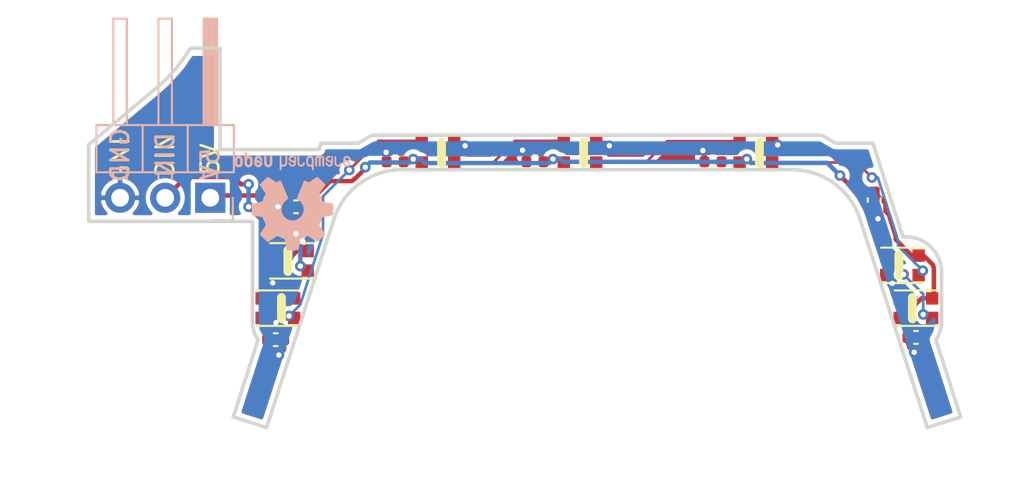
<source format=kicad_pcb>
(kicad_pcb (version 20171130) (host pcbnew 5.1.9-73d0e3b20d~88~ubuntu20.04.1)

  (general
    (thickness 1.6)
    (drawings 34)
    (tracks 181)
    (zones 0)
    (modules 16)
    (nets 11)
  )

  (page A4)
  (layers
    (0 F.Cu signal)
    (31 B.Cu signal)
    (32 B.Adhes user)
    (33 F.Adhes user)
    (34 B.Paste user)
    (35 F.Paste user)
    (36 B.SilkS user)
    (37 F.SilkS user)
    (38 B.Mask user)
    (39 F.Mask user)
    (40 Dwgs.User user)
    (41 Cmts.User user)
    (42 Eco1.User user)
    (43 Eco2.User user)
    (44 Edge.Cuts user)
    (45 Margin user)
    (46 B.CrtYd user)
    (47 F.CrtYd user)
    (48 B.Fab user)
    (49 F.Fab user)
  )

  (setup
    (last_trace_width 0.25)
    (user_trace_width 0.15)
    (trace_clearance 0.15)
    (zone_clearance 0.25)
    (zone_45_only no)
    (trace_min 0.15)
    (via_size 0.6)
    (via_drill 0.3)
    (via_min_size 0.6)
    (via_min_drill 0.3)
    (uvia_size 0.3)
    (uvia_drill 0.1)
    (uvias_allowed no)
    (uvia_min_size 0.2)
    (uvia_min_drill 0.1)
    (edge_width 0.05)
    (segment_width 0.2)
    (pcb_text_width 0.3)
    (pcb_text_size 1.5 1.5)
    (mod_edge_width 0.12)
    (mod_text_size 1 1)
    (mod_text_width 0.15)
    (pad_size 1.524 1.524)
    (pad_drill 0.762)
    (pad_to_mask_clearance 0)
    (aux_axis_origin 0 0)
    (visible_elements FFFFFF7F)
    (pcbplotparams
      (layerselection 0x010fc_ffffffff)
      (usegerberextensions false)
      (usegerberattributes true)
      (usegerberadvancedattributes true)
      (creategerberjobfile true)
      (excludeedgelayer true)
      (linewidth 0.100000)
      (plotframeref false)
      (viasonmask false)
      (mode 1)
      (useauxorigin false)
      (hpglpennumber 1)
      (hpglpenspeed 20)
      (hpglpendiameter 15.000000)
      (psnegative false)
      (psa4output false)
      (plotreference true)
      (plotvalue true)
      (plotinvisibletext false)
      (padsonsilk false)
      (subtractmaskfromsilk false)
      (outputformat 1)
      (mirror false)
      (drillshape 1)
      (scaleselection 1)
      (outputdirectory ""))
  )

  (net 0 "")
  (net 1 GND)
  (net 2 +5V)
  (net 3 "Net-(D1-Pad3)")
  (net 4 "Net-(D1-Pad1)")
  (net 5 "Net-(D2-Pad1)")
  (net 6 "Net-(D3-Pad1)")
  (net 7 "Net-(D4-Pad1)")
  (net 8 "Net-(D5-Pad1)")
  (net 9 "Net-(D5-Pad3)")
  (net 10 "Net-(D6-Pad1)")

  (net_class Default "This is the default net class."
    (clearance 0.15)
    (trace_width 0.25)
    (via_dia 0.6)
    (via_drill 0.3)
    (uvia_dia 0.3)
    (uvia_drill 0.1)
    (add_net +5V)
    (add_net GND)
    (add_net "Net-(D1-Pad1)")
    (add_net "Net-(D1-Pad3)")
    (add_net "Net-(D2-Pad1)")
    (add_net "Net-(D3-Pad1)")
    (add_net "Net-(D4-Pad1)")
    (add_net "Net-(D5-Pad1)")
    (add_net "Net-(D5-Pad3)")
    (add_net "Net-(D6-Pad1)")
  )

  (module Symbol:OSHW-Logo2_7.3x6mm_SilkScreen (layer B.Cu) (tedit 0) (tstamp 606D00BE)
    (at 161.4805 103.1875)
    (descr "Open Source Hardware Symbol")
    (tags "Logo Symbol OSHW")
    (path /607341E2)
    (attr virtual)
    (fp_text reference SYM1 (at 0 0) (layer B.SilkS) hide
      (effects (font (size 1 1) (thickness 0.15)) (justify mirror))
    )
    (fp_text value Logo_Open_Hardware_Small (at 0.75 0) (layer B.Fab) hide
      (effects (font (size 1 1) (thickness 0.15)) (justify mirror))
    )
    (fp_poly (pts (xy -2.400256 -1.919918) (xy -2.344799 -1.947568) (xy -2.295852 -1.99848) (xy -2.282371 -2.017338)
      (xy -2.267686 -2.042015) (xy -2.258158 -2.068816) (xy -2.252707 -2.104587) (xy -2.250253 -2.156169)
      (xy -2.249714 -2.224267) (xy -2.252148 -2.317588) (xy -2.260606 -2.387657) (xy -2.276826 -2.439931)
      (xy -2.302546 -2.479869) (xy -2.339503 -2.512929) (xy -2.342218 -2.514886) (xy -2.37864 -2.534908)
      (xy -2.422498 -2.544815) (xy -2.478276 -2.547257) (xy -2.568952 -2.547257) (xy -2.56899 -2.635283)
      (xy -2.569834 -2.684308) (xy -2.574976 -2.713065) (xy -2.588413 -2.730311) (xy -2.614142 -2.744808)
      (xy -2.620321 -2.747769) (xy -2.649236 -2.761648) (xy -2.671624 -2.770414) (xy -2.688271 -2.771171)
      (xy -2.699964 -2.761023) (xy -2.70749 -2.737073) (xy -2.711634 -2.696426) (xy -2.713185 -2.636186)
      (xy -2.712929 -2.553455) (xy -2.711651 -2.445339) (xy -2.711252 -2.413) (xy -2.709815 -2.301524)
      (xy -2.708528 -2.228603) (xy -2.569029 -2.228603) (xy -2.568245 -2.290499) (xy -2.56476 -2.330997)
      (xy -2.556876 -2.357708) (xy -2.542895 -2.378244) (xy -2.533403 -2.38826) (xy -2.494596 -2.417567)
      (xy -2.460237 -2.419952) (xy -2.424784 -2.39575) (xy -2.423886 -2.394857) (xy -2.409461 -2.376153)
      (xy -2.400687 -2.350732) (xy -2.396261 -2.311584) (xy -2.394882 -2.251697) (xy -2.394857 -2.23843)
      (xy -2.398188 -2.155901) (xy -2.409031 -2.098691) (xy -2.42866 -2.063766) (xy -2.45835 -2.048094)
      (xy -2.475509 -2.046514) (xy -2.516234 -2.053926) (xy -2.544168 -2.07833) (xy -2.560983 -2.12298)
      (xy -2.56835 -2.19113) (xy -2.569029 -2.228603) (xy -2.708528 -2.228603) (xy -2.708292 -2.215245)
      (xy -2.706323 -2.150333) (xy -2.70355 -2.102958) (xy -2.699612 -2.06929) (xy -2.694151 -2.045498)
      (xy -2.686808 -2.027753) (xy -2.677223 -2.012224) (xy -2.673113 -2.006381) (xy -2.618595 -1.951185)
      (xy -2.549664 -1.91989) (xy -2.469928 -1.911165) (xy -2.400256 -1.919918)) (layer B.SilkS) (width 0.01))
    (fp_poly (pts (xy -1.283907 -1.92778) (xy -1.237328 -1.954723) (xy -1.204943 -1.981466) (xy -1.181258 -2.009484)
      (xy -1.164941 -2.043748) (xy -1.154661 -2.089227) (xy -1.149086 -2.150892) (xy -1.146884 -2.233711)
      (xy -1.146629 -2.293246) (xy -1.146629 -2.512391) (xy -1.208314 -2.540044) (xy -1.27 -2.567697)
      (xy -1.277257 -2.32767) (xy -1.280256 -2.238028) (xy -1.283402 -2.172962) (xy -1.287299 -2.128026)
      (xy -1.292553 -2.09877) (xy -1.299769 -2.080748) (xy -1.30955 -2.069511) (xy -1.312688 -2.067079)
      (xy -1.360239 -2.048083) (xy -1.408303 -2.0556) (xy -1.436914 -2.075543) (xy -1.448553 -2.089675)
      (xy -1.456609 -2.10822) (xy -1.461729 -2.136334) (xy -1.464559 -2.179173) (xy -1.465744 -2.241895)
      (xy -1.465943 -2.307261) (xy -1.465982 -2.389268) (xy -1.467386 -2.447316) (xy -1.472086 -2.486465)
      (xy -1.482013 -2.51178) (xy -1.499097 -2.528323) (xy -1.525268 -2.541156) (xy -1.560225 -2.554491)
      (xy -1.598404 -2.569007) (xy -1.593859 -2.311389) (xy -1.592029 -2.218519) (xy -1.589888 -2.149889)
      (xy -1.586819 -2.100711) (xy -1.582206 -2.066198) (xy -1.575432 -2.041562) (xy -1.565881 -2.022016)
      (xy -1.554366 -2.00477) (xy -1.49881 -1.94968) (xy -1.43102 -1.917822) (xy -1.357287 -1.910191)
      (xy -1.283907 -1.92778)) (layer B.SilkS) (width 0.01))
    (fp_poly (pts (xy -2.958885 -1.921962) (xy -2.890855 -1.957733) (xy -2.840649 -2.015301) (xy -2.822815 -2.052312)
      (xy -2.808937 -2.107882) (xy -2.801833 -2.178096) (xy -2.80116 -2.254727) (xy -2.806573 -2.329552)
      (xy -2.81773 -2.394342) (xy -2.834286 -2.440873) (xy -2.839374 -2.448887) (xy -2.899645 -2.508707)
      (xy -2.971231 -2.544535) (xy -3.048908 -2.55502) (xy -3.127452 -2.53881) (xy -3.149311 -2.529092)
      (xy -3.191878 -2.499143) (xy -3.229237 -2.459433) (xy -3.232768 -2.454397) (xy -3.247119 -2.430124)
      (xy -3.256606 -2.404178) (xy -3.26221 -2.370022) (xy -3.264914 -2.321119) (xy -3.265701 -2.250935)
      (xy -3.265714 -2.2352) (xy -3.265678 -2.230192) (xy -3.120571 -2.230192) (xy -3.119727 -2.29643)
      (xy -3.116404 -2.340386) (xy -3.109417 -2.368779) (xy -3.097584 -2.388325) (xy -3.091543 -2.394857)
      (xy -3.056814 -2.41968) (xy -3.023097 -2.418548) (xy -2.989005 -2.397016) (xy -2.968671 -2.374029)
      (xy -2.956629 -2.340478) (xy -2.949866 -2.287569) (xy -2.949402 -2.281399) (xy -2.948248 -2.185513)
      (xy -2.960312 -2.114299) (xy -2.98543 -2.068194) (xy -3.02344 -2.047635) (xy -3.037008 -2.046514)
      (xy -3.072636 -2.052152) (xy -3.097006 -2.071686) (xy -3.111907 -2.109042) (xy -3.119125 -2.16815)
      (xy -3.120571 -2.230192) (xy -3.265678 -2.230192) (xy -3.265174 -2.160413) (xy -3.262904 -2.108159)
      (xy -3.257932 -2.071949) (xy -3.249287 -2.045299) (xy -3.235995 -2.021722) (xy -3.233057 -2.017338)
      (xy -3.183687 -1.958249) (xy -3.129891 -1.923947) (xy -3.064398 -1.910331) (xy -3.042158 -1.909665)
      (xy -2.958885 -1.921962)) (layer B.SilkS) (width 0.01))
    (fp_poly (pts (xy -1.831697 -1.931239) (xy -1.774473 -1.969735) (xy -1.730251 -2.025335) (xy -1.703833 -2.096086)
      (xy -1.69849 -2.148162) (xy -1.699097 -2.169893) (xy -1.704178 -2.186531) (xy -1.718145 -2.201437)
      (xy -1.745411 -2.217973) (xy -1.790388 -2.239498) (xy -1.857489 -2.269374) (xy -1.857829 -2.269524)
      (xy -1.919593 -2.297813) (xy -1.970241 -2.322933) (xy -2.004596 -2.342179) (xy -2.017482 -2.352848)
      (xy -2.017486 -2.352934) (xy -2.006128 -2.376166) (xy -1.979569 -2.401774) (xy -1.949077 -2.420221)
      (xy -1.93363 -2.423886) (xy -1.891485 -2.411212) (xy -1.855192 -2.379471) (xy -1.837483 -2.344572)
      (xy -1.820448 -2.318845) (xy -1.787078 -2.289546) (xy -1.747851 -2.264235) (xy -1.713244 -2.250471)
      (xy -1.706007 -2.249714) (xy -1.697861 -2.26216) (xy -1.69737 -2.293972) (xy -1.703357 -2.336866)
      (xy -1.714643 -2.382558) (xy -1.73005 -2.422761) (xy -1.730829 -2.424322) (xy -1.777196 -2.489062)
      (xy -1.837289 -2.533097) (xy -1.905535 -2.554711) (xy -1.976362 -2.552185) (xy -2.044196 -2.523804)
      (xy -2.047212 -2.521808) (xy -2.100573 -2.473448) (xy -2.13566 -2.410352) (xy -2.155078 -2.327387)
      (xy -2.157684 -2.304078) (xy -2.162299 -2.194055) (xy -2.156767 -2.142748) (xy -2.017486 -2.142748)
      (xy -2.015676 -2.174753) (xy -2.005778 -2.184093) (xy -1.981102 -2.177105) (xy -1.942205 -2.160587)
      (xy -1.898725 -2.139881) (xy -1.897644 -2.139333) (xy -1.860791 -2.119949) (xy -1.846 -2.107013)
      (xy -1.849647 -2.093451) (xy -1.865005 -2.075632) (xy -1.904077 -2.049845) (xy -1.946154 -2.04795)
      (xy -1.983897 -2.066717) (xy -2.009966 -2.102915) (xy -2.017486 -2.142748) (xy -2.156767 -2.142748)
      (xy -2.152806 -2.106027) (xy -2.12845 -2.036212) (xy -2.094544 -1.987302) (xy -2.033347 -1.937878)
      (xy -1.965937 -1.913359) (xy -1.89712 -1.911797) (xy -1.831697 -1.931239)) (layer B.SilkS) (width 0.01))
    (fp_poly (pts (xy -0.624114 -1.851289) (xy -0.619861 -1.910613) (xy -0.614975 -1.945572) (xy -0.608205 -1.96082)
      (xy -0.598298 -1.961015) (xy -0.595086 -1.959195) (xy -0.552356 -1.946015) (xy -0.496773 -1.946785)
      (xy -0.440263 -1.960333) (xy -0.404918 -1.977861) (xy -0.368679 -2.005861) (xy -0.342187 -2.037549)
      (xy -0.324001 -2.077813) (xy -0.312678 -2.131543) (xy -0.306778 -2.203626) (xy -0.304857 -2.298951)
      (xy -0.304823 -2.317237) (xy -0.3048 -2.522646) (xy -0.350509 -2.53858) (xy -0.382973 -2.54942)
      (xy -0.400785 -2.554468) (xy -0.401309 -2.554514) (xy -0.403063 -2.540828) (xy -0.404556 -2.503076)
      (xy -0.405674 -2.446224) (xy -0.406303 -2.375234) (xy -0.4064 -2.332073) (xy -0.406602 -2.246973)
      (xy -0.407642 -2.185981) (xy -0.410169 -2.144177) (xy -0.414836 -2.116642) (xy -0.422293 -2.098456)
      (xy -0.433189 -2.084698) (xy -0.439993 -2.078073) (xy -0.486728 -2.051375) (xy -0.537728 -2.049375)
      (xy -0.583999 -2.071955) (xy -0.592556 -2.080107) (xy -0.605107 -2.095436) (xy -0.613812 -2.113618)
      (xy -0.619369 -2.139909) (xy -0.622474 -2.179562) (xy -0.623824 -2.237832) (xy -0.624114 -2.318173)
      (xy -0.624114 -2.522646) (xy -0.669823 -2.53858) (xy -0.702287 -2.54942) (xy -0.720099 -2.554468)
      (xy -0.720623 -2.554514) (xy -0.721963 -2.540623) (xy -0.723172 -2.501439) (xy -0.724199 -2.4407)
      (xy -0.724998 -2.362141) (xy -0.725519 -2.269498) (xy -0.725714 -2.166509) (xy -0.725714 -1.769342)
      (xy -0.678543 -1.749444) (xy -0.631371 -1.729547) (xy -0.624114 -1.851289)) (layer B.SilkS) (width 0.01))
    (fp_poly (pts (xy 0.039744 -1.950968) (xy 0.096616 -1.972087) (xy 0.097267 -1.972493) (xy 0.13244 -1.99838)
      (xy 0.158407 -2.028633) (xy 0.17667 -2.068058) (xy 0.188732 -2.121462) (xy 0.196096 -2.193651)
      (xy 0.200264 -2.289432) (xy 0.200629 -2.303078) (xy 0.205876 -2.508842) (xy 0.161716 -2.531678)
      (xy 0.129763 -2.54711) (xy 0.11047 -2.554423) (xy 0.109578 -2.554514) (xy 0.106239 -2.541022)
      (xy 0.103587 -2.504626) (xy 0.101956 -2.451452) (xy 0.1016 -2.408393) (xy 0.101592 -2.338641)
      (xy 0.098403 -2.294837) (xy 0.087288 -2.273944) (xy 0.063501 -2.272925) (xy 0.022296 -2.288741)
      (xy -0.039914 -2.317815) (xy -0.085659 -2.341963) (xy -0.109187 -2.362913) (xy -0.116104 -2.385747)
      (xy -0.116114 -2.386877) (xy -0.104701 -2.426212) (xy -0.070908 -2.447462) (xy -0.019191 -2.450539)
      (xy 0.018061 -2.450006) (xy 0.037703 -2.460735) (xy 0.049952 -2.486505) (xy 0.057002 -2.519337)
      (xy 0.046842 -2.537966) (xy 0.043017 -2.540632) (xy 0.007001 -2.55134) (xy -0.043434 -2.552856)
      (xy -0.095374 -2.545759) (xy -0.132178 -2.532788) (xy -0.183062 -2.489585) (xy -0.211986 -2.429446)
      (xy -0.217714 -2.382462) (xy -0.213343 -2.340082) (xy -0.197525 -2.305488) (xy -0.166203 -2.274763)
      (xy -0.115322 -2.24399) (xy -0.040824 -2.209252) (xy -0.036286 -2.207288) (xy 0.030821 -2.176287)
      (xy 0.072232 -2.150862) (xy 0.089981 -2.128014) (xy 0.086107 -2.104745) (xy 0.062643 -2.078056)
      (xy 0.055627 -2.071914) (xy 0.00863 -2.0481) (xy -0.040067 -2.049103) (xy -0.082478 -2.072451)
      (xy -0.110616 -2.115675) (xy -0.113231 -2.12416) (xy -0.138692 -2.165308) (xy -0.170999 -2.185128)
      (xy -0.217714 -2.20477) (xy -0.217714 -2.15395) (xy -0.203504 -2.080082) (xy -0.161325 -2.012327)
      (xy -0.139376 -1.989661) (xy -0.089483 -1.960569) (xy -0.026033 -1.9474) (xy 0.039744 -1.950968)) (layer B.SilkS) (width 0.01))
    (fp_poly (pts (xy 0.529926 -1.949755) (xy 0.595858 -1.974084) (xy 0.649273 -2.017117) (xy 0.670164 -2.047409)
      (xy 0.692939 -2.102994) (xy 0.692466 -2.143186) (xy 0.668562 -2.170217) (xy 0.659717 -2.174813)
      (xy 0.62153 -2.189144) (xy 0.602028 -2.185472) (xy 0.595422 -2.161407) (xy 0.595086 -2.148114)
      (xy 0.582992 -2.09921) (xy 0.551471 -2.064999) (xy 0.507659 -2.048476) (xy 0.458695 -2.052634)
      (xy 0.418894 -2.074227) (xy 0.40545 -2.086544) (xy 0.395921 -2.101487) (xy 0.389485 -2.124075)
      (xy 0.385317 -2.159328) (xy 0.382597 -2.212266) (xy 0.380502 -2.287907) (xy 0.37996 -2.311857)
      (xy 0.377981 -2.39379) (xy 0.375731 -2.451455) (xy 0.372357 -2.489608) (xy 0.367006 -2.513004)
      (xy 0.358824 -2.526398) (xy 0.346959 -2.534545) (xy 0.339362 -2.538144) (xy 0.307102 -2.550452)
      (xy 0.288111 -2.554514) (xy 0.281836 -2.540948) (xy 0.278006 -2.499934) (xy 0.2766 -2.430999)
      (xy 0.277598 -2.333669) (xy 0.277908 -2.318657) (xy 0.280101 -2.229859) (xy 0.282693 -2.165019)
      (xy 0.286382 -2.119067) (xy 0.291864 -2.086935) (xy 0.299835 -2.063553) (xy 0.310993 -2.043852)
      (xy 0.31683 -2.03541) (xy 0.350296 -1.998057) (xy 0.387727 -1.969003) (xy 0.392309 -1.966467)
      (xy 0.459426 -1.946443) (xy 0.529926 -1.949755)) (layer B.SilkS) (width 0.01))
    (fp_poly (pts (xy 1.190117 -2.065358) (xy 1.189933 -2.173837) (xy 1.189219 -2.257287) (xy 1.187675 -2.319704)
      (xy 1.185001 -2.365085) (xy 1.180894 -2.397429) (xy 1.175055 -2.420733) (xy 1.167182 -2.438995)
      (xy 1.161221 -2.449418) (xy 1.111855 -2.505945) (xy 1.049264 -2.541377) (xy 0.980013 -2.55409)
      (xy 0.910668 -2.542463) (xy 0.869375 -2.521568) (xy 0.826025 -2.485422) (xy 0.796481 -2.441276)
      (xy 0.778655 -2.383462) (xy 0.770463 -2.306313) (xy 0.769302 -2.249714) (xy 0.769458 -2.245647)
      (xy 0.870857 -2.245647) (xy 0.871476 -2.31055) (xy 0.874314 -2.353514) (xy 0.88084 -2.381622)
      (xy 0.892523 -2.401953) (xy 0.906483 -2.417288) (xy 0.953365 -2.44689) (xy 1.003701 -2.449419)
      (xy 1.051276 -2.424705) (xy 1.054979 -2.421356) (xy 1.070783 -2.403935) (xy 1.080693 -2.383209)
      (xy 1.086058 -2.352362) (xy 1.088228 -2.304577) (xy 1.088571 -2.251748) (xy 1.087827 -2.185381)
      (xy 1.084748 -2.141106) (xy 1.078061 -2.112009) (xy 1.066496 -2.091173) (xy 1.057013 -2.080107)
      (xy 1.01296 -2.052198) (xy 0.962224 -2.048843) (xy 0.913796 -2.070159) (xy 0.90445 -2.078073)
      (xy 0.88854 -2.095647) (xy 0.87861 -2.116587) (xy 0.873278 -2.147782) (xy 0.871163 -2.196122)
      (xy 0.870857 -2.245647) (xy 0.769458 -2.245647) (xy 0.77281 -2.158568) (xy 0.784726 -2.090086)
      (xy 0.807135 -2.0386) (xy 0.842124 -1.998443) (xy 0.869375 -1.977861) (xy 0.918907 -1.955625)
      (xy 0.976316 -1.945304) (xy 1.029682 -1.948067) (xy 1.059543 -1.959212) (xy 1.071261 -1.962383)
      (xy 1.079037 -1.950557) (xy 1.084465 -1.918866) (xy 1.088571 -1.870593) (xy 1.093067 -1.816829)
      (xy 1.099313 -1.784482) (xy 1.110676 -1.765985) (xy 1.130528 -1.75377) (xy 1.143 -1.748362)
      (xy 1.190171 -1.728601) (xy 1.190117 -2.065358)) (layer B.SilkS) (width 0.01))
    (fp_poly (pts (xy 1.779833 -1.958663) (xy 1.782048 -1.99685) (xy 1.783784 -2.054886) (xy 1.784899 -2.12818)
      (xy 1.785257 -2.205055) (xy 1.785257 -2.465196) (xy 1.739326 -2.511127) (xy 1.707675 -2.539429)
      (xy 1.67989 -2.550893) (xy 1.641915 -2.550168) (xy 1.62684 -2.548321) (xy 1.579726 -2.542948)
      (xy 1.540756 -2.539869) (xy 1.531257 -2.539585) (xy 1.499233 -2.541445) (xy 1.453432 -2.546114)
      (xy 1.435674 -2.548321) (xy 1.392057 -2.551735) (xy 1.362745 -2.54432) (xy 1.33368 -2.521427)
      (xy 1.323188 -2.511127) (xy 1.277257 -2.465196) (xy 1.277257 -1.978602) (xy 1.314226 -1.961758)
      (xy 1.346059 -1.949282) (xy 1.364683 -1.944914) (xy 1.369458 -1.958718) (xy 1.373921 -1.997286)
      (xy 1.377775 -2.056356) (xy 1.380722 -2.131663) (xy 1.382143 -2.195286) (xy 1.386114 -2.445657)
      (xy 1.420759 -2.450556) (xy 1.452268 -2.447131) (xy 1.467708 -2.436041) (xy 1.472023 -2.415308)
      (xy 1.475708 -2.371145) (xy 1.478469 -2.309146) (xy 1.480012 -2.234909) (xy 1.480235 -2.196706)
      (xy 1.480457 -1.976783) (xy 1.526166 -1.960849) (xy 1.558518 -1.950015) (xy 1.576115 -1.944962)
      (xy 1.576623 -1.944914) (xy 1.578388 -1.958648) (xy 1.580329 -1.99673) (xy 1.582282 -2.054482)
      (xy 1.584084 -2.127227) (xy 1.585343 -2.195286) (xy 1.589314 -2.445657) (xy 1.6764 -2.445657)
      (xy 1.680396 -2.21724) (xy 1.684392 -1.988822) (xy 1.726847 -1.966868) (xy 1.758192 -1.951793)
      (xy 1.776744 -1.944951) (xy 1.777279 -1.944914) (xy 1.779833 -1.958663)) (layer B.SilkS) (width 0.01))
    (fp_poly (pts (xy 2.144876 -1.956335) (xy 2.186667 -1.975344) (xy 2.219469 -1.998378) (xy 2.243503 -2.024133)
      (xy 2.260097 -2.057358) (xy 2.270577 -2.1028) (xy 2.276271 -2.165207) (xy 2.278507 -2.249327)
      (xy 2.278743 -2.304721) (xy 2.278743 -2.520826) (xy 2.241774 -2.53767) (xy 2.212656 -2.549981)
      (xy 2.198231 -2.554514) (xy 2.195472 -2.541025) (xy 2.193282 -2.504653) (xy 2.191942 -2.451542)
      (xy 2.191657 -2.409372) (xy 2.190434 -2.348447) (xy 2.187136 -2.300115) (xy 2.182321 -2.270518)
      (xy 2.178496 -2.264229) (xy 2.152783 -2.270652) (xy 2.112418 -2.287125) (xy 2.065679 -2.309458)
      (xy 2.020845 -2.333457) (xy 1.986193 -2.35493) (xy 1.970002 -2.369685) (xy 1.969938 -2.369845)
      (xy 1.97133 -2.397152) (xy 1.983818 -2.423219) (xy 2.005743 -2.444392) (xy 2.037743 -2.451474)
      (xy 2.065092 -2.450649) (xy 2.103826 -2.450042) (xy 2.124158 -2.459116) (xy 2.136369 -2.483092)
      (xy 2.137909 -2.487613) (xy 2.143203 -2.521806) (xy 2.129047 -2.542568) (xy 2.092148 -2.552462)
      (xy 2.052289 -2.554292) (xy 1.980562 -2.540727) (xy 1.943432 -2.521355) (xy 1.897576 -2.475845)
      (xy 1.873256 -2.419983) (xy 1.871073 -2.360957) (xy 1.891629 -2.305953) (xy 1.922549 -2.271486)
      (xy 1.95342 -2.252189) (xy 2.001942 -2.227759) (xy 2.058485 -2.202985) (xy 2.06791 -2.199199)
      (xy 2.130019 -2.171791) (xy 2.165822 -2.147634) (xy 2.177337 -2.123619) (xy 2.16658 -2.096635)
      (xy 2.148114 -2.075543) (xy 2.104469 -2.049572) (xy 2.056446 -2.047624) (xy 2.012406 -2.067637)
      (xy 1.980709 -2.107551) (xy 1.976549 -2.117848) (xy 1.952327 -2.155724) (xy 1.916965 -2.183842)
      (xy 1.872343 -2.206917) (xy 1.872343 -2.141485) (xy 1.874969 -2.101506) (xy 1.88623 -2.069997)
      (xy 1.911199 -2.036378) (xy 1.935169 -2.010484) (xy 1.972441 -1.973817) (xy 2.001401 -1.954121)
      (xy 2.032505 -1.94622) (xy 2.067713 -1.944914) (xy 2.144876 -1.956335)) (layer B.SilkS) (width 0.01))
    (fp_poly (pts (xy 2.6526 -1.958752) (xy 2.669948 -1.966334) (xy 2.711356 -1.999128) (xy 2.746765 -2.046547)
      (xy 2.768664 -2.097151) (xy 2.772229 -2.122098) (xy 2.760279 -2.156927) (xy 2.734067 -2.175357)
      (xy 2.705964 -2.186516) (xy 2.693095 -2.188572) (xy 2.686829 -2.173649) (xy 2.674456 -2.141175)
      (xy 2.669028 -2.126502) (xy 2.63859 -2.075744) (xy 2.59452 -2.050427) (xy 2.53801 -2.051206)
      (xy 2.533825 -2.052203) (xy 2.503655 -2.066507) (xy 2.481476 -2.094393) (xy 2.466327 -2.139287)
      (xy 2.45725 -2.204615) (xy 2.453286 -2.293804) (xy 2.452914 -2.341261) (xy 2.45273 -2.416071)
      (xy 2.451522 -2.467069) (xy 2.448309 -2.499471) (xy 2.442109 -2.518495) (xy 2.43194 -2.529356)
      (xy 2.416819 -2.537272) (xy 2.415946 -2.53767) (xy 2.386828 -2.549981) (xy 2.372403 -2.554514)
      (xy 2.370186 -2.540809) (xy 2.368289 -2.502925) (xy 2.366847 -2.445715) (xy 2.365998 -2.374027)
      (xy 2.365829 -2.321565) (xy 2.366692 -2.220047) (xy 2.37007 -2.143032) (xy 2.377142 -2.086023)
      (xy 2.389088 -2.044526) (xy 2.40709 -2.014043) (xy 2.432327 -1.99008) (xy 2.457247 -1.973355)
      (xy 2.517171 -1.951097) (xy 2.586911 -1.946076) (xy 2.6526 -1.958752)) (layer B.SilkS) (width 0.01))
    (fp_poly (pts (xy 3.153595 -1.966966) (xy 3.211021 -2.004497) (xy 3.238719 -2.038096) (xy 3.260662 -2.099064)
      (xy 3.262405 -2.147308) (xy 3.258457 -2.211816) (xy 3.109686 -2.276934) (xy 3.037349 -2.310202)
      (xy 2.990084 -2.336964) (xy 2.965507 -2.360144) (xy 2.961237 -2.382667) (xy 2.974889 -2.407455)
      (xy 2.989943 -2.423886) (xy 3.033746 -2.450235) (xy 3.081389 -2.452081) (xy 3.125145 -2.431546)
      (xy 3.157289 -2.390752) (xy 3.163038 -2.376347) (xy 3.190576 -2.331356) (xy 3.222258 -2.312182)
      (xy 3.265714 -2.295779) (xy 3.265714 -2.357966) (xy 3.261872 -2.400283) (xy 3.246823 -2.435969)
      (xy 3.21528 -2.476943) (xy 3.210592 -2.482267) (xy 3.175506 -2.51872) (xy 3.145347 -2.538283)
      (xy 3.107615 -2.547283) (xy 3.076335 -2.55023) (xy 3.020385 -2.550965) (xy 2.980555 -2.54166)
      (xy 2.955708 -2.527846) (xy 2.916656 -2.497467) (xy 2.889625 -2.464613) (xy 2.872517 -2.423294)
      (xy 2.863238 -2.367521) (xy 2.859693 -2.291305) (xy 2.85941 -2.252622) (xy 2.860372 -2.206247)
      (xy 2.948007 -2.206247) (xy 2.949023 -2.231126) (xy 2.951556 -2.2352) (xy 2.968274 -2.229665)
      (xy 3.004249 -2.215017) (xy 3.052331 -2.19419) (xy 3.062386 -2.189714) (xy 3.123152 -2.158814)
      (xy 3.156632 -2.131657) (xy 3.16399 -2.10622) (xy 3.146391 -2.080481) (xy 3.131856 -2.069109)
      (xy 3.07941 -2.046364) (xy 3.030322 -2.050122) (xy 2.989227 -2.077884) (xy 2.960758 -2.127152)
      (xy 2.951631 -2.166257) (xy 2.948007 -2.206247) (xy 2.860372 -2.206247) (xy 2.861285 -2.162249)
      (xy 2.868196 -2.095384) (xy 2.881884 -2.046695) (xy 2.904096 -2.010849) (xy 2.936574 -1.982513)
      (xy 2.950733 -1.973355) (xy 3.015053 -1.949507) (xy 3.085473 -1.948006) (xy 3.153595 -1.966966)) (layer B.SilkS) (width 0.01))
    (fp_poly (pts (xy 0.10391 2.757652) (xy 0.182454 2.757222) (xy 0.239298 2.756058) (xy 0.278105 2.753793)
      (xy 0.302538 2.75006) (xy 0.316262 2.744494) (xy 0.32294 2.736727) (xy 0.326236 2.726395)
      (xy 0.326556 2.725057) (xy 0.331562 2.700921) (xy 0.340829 2.653299) (xy 0.353392 2.587259)
      (xy 0.368287 2.507872) (xy 0.384551 2.420204) (xy 0.385119 2.417125) (xy 0.40141 2.331211)
      (xy 0.416652 2.255304) (xy 0.429861 2.193955) (xy 0.440054 2.151718) (xy 0.446248 2.133145)
      (xy 0.446543 2.132816) (xy 0.464788 2.123747) (xy 0.502405 2.108633) (xy 0.551271 2.090738)
      (xy 0.551543 2.090642) (xy 0.613093 2.067507) (xy 0.685657 2.038035) (xy 0.754057 2.008403)
      (xy 0.757294 2.006938) (xy 0.868702 1.956374) (xy 1.115399 2.12484) (xy 1.191077 2.176197)
      (xy 1.259631 2.222111) (xy 1.317088 2.25997) (xy 1.359476 2.287163) (xy 1.382825 2.301079)
      (xy 1.385042 2.302111) (xy 1.40201 2.297516) (xy 1.433701 2.275345) (xy 1.481352 2.234553)
      (xy 1.546198 2.174095) (xy 1.612397 2.109773) (xy 1.676214 2.046388) (xy 1.733329 1.988549)
      (xy 1.780305 1.939825) (xy 1.813703 1.90379) (xy 1.830085 1.884016) (xy 1.830694 1.882998)
      (xy 1.832505 1.869428) (xy 1.825683 1.847267) (xy 1.80854 1.813522) (xy 1.779393 1.7652)
      (xy 1.736555 1.699308) (xy 1.679448 1.614483) (xy 1.628766 1.539823) (xy 1.583461 1.47286)
      (xy 1.54615 1.417484) (xy 1.519452 1.37758) (xy 1.505985 1.357038) (xy 1.505137 1.355644)
      (xy 1.506781 1.335962) (xy 1.519245 1.297707) (xy 1.540048 1.248111) (xy 1.547462 1.232272)
      (xy 1.579814 1.16171) (xy 1.614328 1.081647) (xy 1.642365 1.012371) (xy 1.662568 0.960955)
      (xy 1.678615 0.921881) (xy 1.687888 0.901459) (xy 1.689041 0.899886) (xy 1.706096 0.897279)
      (xy 1.746298 0.890137) (xy 1.804302 0.879477) (xy 1.874763 0.866315) (xy 1.952335 0.851667)
      (xy 2.031672 0.836551) (xy 2.107431 0.821982) (xy 2.174264 0.808978) (xy 2.226828 0.798555)
      (xy 2.259776 0.79173) (xy 2.267857 0.789801) (xy 2.276205 0.785038) (xy 2.282506 0.774282)
      (xy 2.287045 0.753902) (xy 2.290104 0.720266) (xy 2.291967 0.669745) (xy 2.292918 0.598708)
      (xy 2.29324 0.503524) (xy 2.293257 0.464508) (xy 2.293257 0.147201) (xy 2.217057 0.132161)
      (xy 2.174663 0.124005) (xy 2.1114 0.112101) (xy 2.034962 0.097884) (xy 1.953043 0.08279)
      (xy 1.9304 0.078645) (xy 1.854806 0.063947) (xy 1.788953 0.049495) (xy 1.738366 0.036625)
      (xy 1.708574 0.026678) (xy 1.703612 0.023713) (xy 1.691426 0.002717) (xy 1.673953 -0.037967)
      (xy 1.654577 -0.090322) (xy 1.650734 -0.1016) (xy 1.625339 -0.171523) (xy 1.593817 -0.250418)
      (xy 1.562969 -0.321266) (xy 1.562817 -0.321595) (xy 1.511447 -0.432733) (xy 1.680399 -0.681253)
      (xy 1.849352 -0.929772) (xy 1.632429 -1.147058) (xy 1.566819 -1.211726) (xy 1.506979 -1.268733)
      (xy 1.456267 -1.315033) (xy 1.418046 -1.347584) (xy 1.395675 -1.363343) (xy 1.392466 -1.364343)
      (xy 1.373626 -1.356469) (xy 1.33518 -1.334578) (xy 1.28133 -1.301267) (xy 1.216276 -1.259131)
      (xy 1.14594 -1.211943) (xy 1.074555 -1.16381) (xy 1.010908 -1.121928) (xy 0.959041 -1.088871)
      (xy 0.922995 -1.067218) (xy 0.906867 -1.059543) (xy 0.887189 -1.066037) (xy 0.849875 -1.08315)
      (xy 0.802621 -1.107326) (xy 0.797612 -1.110013) (xy 0.733977 -1.141927) (xy 0.690341 -1.157579)
      (xy 0.663202 -1.157745) (xy 0.649057 -1.143204) (xy 0.648975 -1.143) (xy 0.641905 -1.125779)
      (xy 0.625042 -1.084899) (xy 0.599695 -1.023525) (xy 0.567171 -0.944819) (xy 0.528778 -0.851947)
      (xy 0.485822 -0.748072) (xy 0.444222 -0.647502) (xy 0.398504 -0.536516) (xy 0.356526 -0.433703)
      (xy 0.319548 -0.342215) (xy 0.288827 -0.265201) (xy 0.265622 -0.205815) (xy 0.25119 -0.167209)
      (xy 0.246743 -0.1528) (xy 0.257896 -0.136272) (xy 0.287069 -0.10993) (xy 0.325971 -0.080887)
      (xy 0.436757 0.010961) (xy 0.523351 0.116241) (xy 0.584716 0.232734) (xy 0.619815 0.358224)
      (xy 0.627608 0.490493) (xy 0.621943 0.551543) (xy 0.591078 0.678205) (xy 0.53792 0.790059)
      (xy 0.465767 0.885999) (xy 0.377917 0.964924) (xy 0.277665 1.02573) (xy 0.16831 1.067313)
      (xy 0.053147 1.088572) (xy -0.064525 1.088401) (xy -0.18141 1.065699) (xy -0.294211 1.019362)
      (xy -0.399631 0.948287) (xy -0.443632 0.908089) (xy -0.528021 0.804871) (xy -0.586778 0.692075)
      (xy -0.620296 0.57299) (xy -0.628965 0.450905) (xy -0.613177 0.329107) (xy -0.573322 0.210884)
      (xy -0.509793 0.099525) (xy -0.422979 -0.001684) (xy -0.325971 -0.080887) (xy -0.285563 -0.111162)
      (xy -0.257018 -0.137219) (xy -0.246743 -0.152825) (xy -0.252123 -0.169843) (xy -0.267425 -0.2105)
      (xy -0.291388 -0.271642) (xy -0.322756 -0.350119) (xy -0.360268 -0.44278) (xy -0.402667 -0.546472)
      (xy -0.444337 -0.647526) (xy -0.49031 -0.758607) (xy -0.532893 -0.861541) (xy -0.570779 -0.953165)
      (xy -0.60266 -1.030316) (xy -0.627229 -1.089831) (xy -0.64318 -1.128544) (xy -0.64909 -1.143)
      (xy -0.663052 -1.157685) (xy -0.69006 -1.157642) (xy -0.733587 -1.142099) (xy -0.79711 -1.110284)
      (xy -0.797612 -1.110013) (xy -0.84544 -1.085323) (xy -0.884103 -1.067338) (xy -0.905905 -1.059614)
      (xy -0.906867 -1.059543) (xy -0.923279 -1.067378) (xy -0.959513 -1.089165) (xy -1.011526 -1.122328)
      (xy -1.075275 -1.164291) (xy -1.14594 -1.211943) (xy -1.217884 -1.260191) (xy -1.282726 -1.302151)
      (xy -1.336265 -1.335227) (xy -1.374303 -1.356821) (xy -1.392467 -1.364343) (xy -1.409192 -1.354457)
      (xy -1.44282 -1.326826) (xy -1.48999 -1.284495) (xy -1.547342 -1.230505) (xy -1.611516 -1.167899)
      (xy -1.632503 -1.146983) (xy -1.849501 -0.929623) (xy -1.684332 -0.68722) (xy -1.634136 -0.612781)
      (xy -1.590081 -0.545972) (xy -1.554638 -0.490665) (xy -1.530281 -0.450729) (xy -1.519478 -0.430036)
      (xy -1.519162 -0.428563) (xy -1.524857 -0.409058) (xy -1.540174 -0.369822) (xy -1.562463 -0.31743)
      (xy -1.578107 -0.282355) (xy -1.607359 -0.215201) (xy -1.634906 -0.147358) (xy -1.656263 -0.090034)
      (xy -1.662065 -0.072572) (xy -1.678548 -0.025938) (xy -1.69466 0.010095) (xy -1.70351 0.023713)
      (xy -1.72304 0.032048) (xy -1.765666 0.043863) (xy -1.825855 0.057819) (xy -1.898078 0.072578)
      (xy -1.9304 0.078645) (xy -2.012478 0.093727) (xy -2.091205 0.108331) (xy -2.158891 0.12102)
      (xy -2.20784 0.130358) (xy -2.217057 0.132161) (xy -2.293257 0.147201) (xy -2.293257 0.464508)
      (xy -2.293086 0.568846) (xy -2.292384 0.647787) (xy -2.290866 0.704962) (xy -2.288251 0.744001)
      (xy -2.284254 0.768535) (xy -2.278591 0.782195) (xy -2.27098 0.788611) (xy -2.267857 0.789801)
      (xy -2.249022 0.79402) (xy -2.207412 0.802438) (xy -2.14837 0.814039) (xy -2.077243 0.827805)
      (xy -1.999375 0.84272) (xy -1.920113 0.857768) (xy -1.844802 0.871931) (xy -1.778787 0.884194)
      (xy -1.727413 0.893539) (xy -1.696025 0.89895) (xy -1.689041 0.899886) (xy -1.682715 0.912404)
      (xy -1.66871 0.945754) (xy -1.649645 0.993623) (xy -1.642366 1.012371) (xy -1.613004 1.084805)
      (xy -1.578429 1.16483) (xy -1.547463 1.232272) (xy -1.524677 1.283841) (xy -1.509518 1.326215)
      (xy -1.504458 1.352166) (xy -1.505264 1.355644) (xy -1.515959 1.372064) (xy -1.54038 1.408583)
      (xy -1.575905 1.461313) (xy -1.619913 1.526365) (xy -1.669783 1.599849) (xy -1.679644 1.614355)
      (xy -1.737508 1.700296) (xy -1.780044 1.765739) (xy -1.808946 1.813696) (xy -1.82591 1.84718)
      (xy -1.832633 1.869205) (xy -1.83081 1.882783) (xy -1.830764 1.882869) (xy -1.816414 1.900703)
      (xy -1.784677 1.935183) (xy -1.73899 1.982732) (xy -1.682796 2.039778) (xy -1.619532 2.102745)
      (xy -1.612398 2.109773) (xy -1.53267 2.18698) (xy -1.471143 2.24367) (xy -1.426579 2.28089)
      (xy -1.397743 2.299685) (xy -1.385042 2.302111) (xy -1.366506 2.291529) (xy -1.328039 2.267084)
      (xy -1.273614 2.231388) (xy -1.207202 2.187053) (xy -1.132775 2.136689) (xy -1.115399 2.12484)
      (xy -0.868703 1.956374) (xy -0.757294 2.006938) (xy -0.689543 2.036405) (xy -0.616817 2.066041)
      (xy -0.554297 2.08967) (xy -0.551543 2.090642) (xy -0.50264 2.108543) (xy -0.464943 2.12368)
      (xy -0.446575 2.13279) (xy -0.446544 2.132816) (xy -0.440715 2.149283) (xy -0.430808 2.189781)
      (xy -0.417805 2.249758) (xy -0.402691 2.32466) (xy -0.386448 2.409936) (xy -0.385119 2.417125)
      (xy -0.368825 2.504986) (xy -0.353867 2.58474) (xy -0.341209 2.651319) (xy -0.331814 2.699653)
      (xy -0.326646 2.724675) (xy -0.326556 2.725057) (xy -0.323411 2.735701) (xy -0.317296 2.743738)
      (xy -0.304547 2.749533) (xy -0.2815 2.753453) (xy -0.244491 2.755865) (xy -0.189856 2.757135)
      (xy -0.113933 2.757629) (xy -0.013056 2.757714) (xy 0 2.757714) (xy 0.10391 2.757652)) (layer B.SilkS) (width 0.01))
  )

  (module Connector_PinHeader_2.54mm:PinHeader_1x03_P2.54mm_Horizontal (layer B.Cu) (tedit 59FED5CB) (tstamp 606CD127)
    (at 156.845 102.997 90)
    (descr "Through hole angled pin header, 1x03, 2.54mm pitch, 6mm pin length, single row")
    (tags "Through hole angled pin header THT 1x03 2.54mm single row")
    (path /606FECD8)
    (fp_text reference J1 (at 4.385 2.27 270) (layer F.SilkS) hide
      (effects (font (size 1 1) (thickness 0.15)) (justify mirror))
    )
    (fp_text value Conn_01x03_Male (at 4.385 -7.35 270) (layer B.Fab)
      (effects (font (size 1 1) (thickness 0.15)) (justify mirror))
    )
    (fp_line (start 10.55 1.8) (end -1.8 1.8) (layer B.CrtYd) (width 0.05))
    (fp_line (start 10.55 -6.85) (end 10.55 1.8) (layer B.CrtYd) (width 0.05))
    (fp_line (start -1.8 -6.85) (end 10.55 -6.85) (layer B.CrtYd) (width 0.05))
    (fp_line (start -1.8 1.8) (end -1.8 -6.85) (layer B.CrtYd) (width 0.05))
    (fp_line (start -1.27 1.27) (end 0 1.27) (layer B.SilkS) (width 0.12))
    (fp_line (start -1.27 0) (end -1.27 1.27) (layer B.SilkS) (width 0.12))
    (fp_line (start 1.042929 -5.46) (end 1.44 -5.46) (layer B.SilkS) (width 0.12))
    (fp_line (start 1.042929 -4.7) (end 1.44 -4.7) (layer B.SilkS) (width 0.12))
    (fp_line (start 10.1 -5.46) (end 4.1 -5.46) (layer B.SilkS) (width 0.12))
    (fp_line (start 10.1 -4.7) (end 10.1 -5.46) (layer B.SilkS) (width 0.12))
    (fp_line (start 4.1 -4.7) (end 10.1 -4.7) (layer B.SilkS) (width 0.12))
    (fp_line (start 1.44 -3.81) (end 4.1 -3.81) (layer B.SilkS) (width 0.12))
    (fp_line (start 1.042929 -2.92) (end 1.44 -2.92) (layer B.SilkS) (width 0.12))
    (fp_line (start 1.042929 -2.16) (end 1.44 -2.16) (layer B.SilkS) (width 0.12))
    (fp_line (start 10.1 -2.92) (end 4.1 -2.92) (layer B.SilkS) (width 0.12))
    (fp_line (start 10.1 -2.16) (end 10.1 -2.92) (layer B.SilkS) (width 0.12))
    (fp_line (start 4.1 -2.16) (end 10.1 -2.16) (layer B.SilkS) (width 0.12))
    (fp_line (start 1.44 -1.27) (end 4.1 -1.27) (layer B.SilkS) (width 0.12))
    (fp_line (start 1.11 -0.38) (end 1.44 -0.38) (layer B.SilkS) (width 0.12))
    (fp_line (start 1.11 0.38) (end 1.44 0.38) (layer B.SilkS) (width 0.12))
    (fp_line (start 4.1 -0.28) (end 10.1 -0.28) (layer B.SilkS) (width 0.12))
    (fp_line (start 4.1 -0.16) (end 10.1 -0.16) (layer B.SilkS) (width 0.12))
    (fp_line (start 4.1 -0.04) (end 10.1 -0.04) (layer B.SilkS) (width 0.12))
    (fp_line (start 4.1 0.08) (end 10.1 0.08) (layer B.SilkS) (width 0.12))
    (fp_line (start 4.1 0.2) (end 10.1 0.2) (layer B.SilkS) (width 0.12))
    (fp_line (start 4.1 0.32) (end 10.1 0.32) (layer B.SilkS) (width 0.12))
    (fp_line (start 10.1 -0.38) (end 4.1 -0.38) (layer B.SilkS) (width 0.12))
    (fp_line (start 10.1 0.38) (end 10.1 -0.38) (layer B.SilkS) (width 0.12))
    (fp_line (start 4.1 0.38) (end 10.1 0.38) (layer B.SilkS) (width 0.12))
    (fp_line (start 4.1 1.33) (end 1.44 1.33) (layer B.SilkS) (width 0.12))
    (fp_line (start 4.1 -6.41) (end 4.1 1.33) (layer B.SilkS) (width 0.12))
    (fp_line (start 1.44 -6.41) (end 4.1 -6.41) (layer B.SilkS) (width 0.12))
    (fp_line (start 1.44 1.33) (end 1.44 -6.41) (layer B.SilkS) (width 0.12))
    (fp_line (start 4.04 -5.4) (end 10.04 -5.4) (layer B.Fab) (width 0.1))
    (fp_line (start 10.04 -4.76) (end 10.04 -5.4) (layer B.Fab) (width 0.1))
    (fp_line (start 4.04 -4.76) (end 10.04 -4.76) (layer B.Fab) (width 0.1))
    (fp_line (start -0.32 -5.4) (end 1.5 -5.4) (layer B.Fab) (width 0.1))
    (fp_line (start -0.32 -4.76) (end -0.32 -5.4) (layer B.Fab) (width 0.1))
    (fp_line (start -0.32 -4.76) (end 1.5 -4.76) (layer B.Fab) (width 0.1))
    (fp_line (start 4.04 -2.86) (end 10.04 -2.86) (layer B.Fab) (width 0.1))
    (fp_line (start 10.04 -2.22) (end 10.04 -2.86) (layer B.Fab) (width 0.1))
    (fp_line (start 4.04 -2.22) (end 10.04 -2.22) (layer B.Fab) (width 0.1))
    (fp_line (start -0.32 -2.86) (end 1.5 -2.86) (layer B.Fab) (width 0.1))
    (fp_line (start -0.32 -2.22) (end -0.32 -2.86) (layer B.Fab) (width 0.1))
    (fp_line (start -0.32 -2.22) (end 1.5 -2.22) (layer B.Fab) (width 0.1))
    (fp_line (start 4.04 -0.32) (end 10.04 -0.32) (layer B.Fab) (width 0.1))
    (fp_line (start 10.04 0.32) (end 10.04 -0.32) (layer B.Fab) (width 0.1))
    (fp_line (start 4.04 0.32) (end 10.04 0.32) (layer B.Fab) (width 0.1))
    (fp_line (start -0.32 -0.32) (end 1.5 -0.32) (layer B.Fab) (width 0.1))
    (fp_line (start -0.32 0.32) (end -0.32 -0.32) (layer B.Fab) (width 0.1))
    (fp_line (start -0.32 0.32) (end 1.5 0.32) (layer B.Fab) (width 0.1))
    (fp_line (start 1.5 0.635) (end 2.135 1.27) (layer B.Fab) (width 0.1))
    (fp_line (start 1.5 -6.35) (end 1.5 0.635) (layer B.Fab) (width 0.1))
    (fp_line (start 4.04 -6.35) (end 1.5 -6.35) (layer B.Fab) (width 0.1))
    (fp_line (start 4.04 1.27) (end 4.04 -6.35) (layer B.Fab) (width 0.1))
    (fp_line (start 2.135 1.27) (end 4.04 1.27) (layer B.Fab) (width 0.1))
    (fp_text user %R (at 2.77 -2.54) (layer F.SilkS) hide
      (effects (font (size 1 1) (thickness 0.15)) (justify mirror))
    )
    (pad 3 thru_hole oval (at 0 -5.08 90) (size 1.7 1.7) (drill 1) (layers *.Cu *.Mask)
      (net 1 GND))
    (pad 2 thru_hole oval (at 0 -2.54 90) (size 1.7 1.7) (drill 1) (layers *.Cu *.Mask)
      (net 9 "Net-(D5-Pad3)"))
    (pad 1 thru_hole rect (at 0 0 90) (size 1.7 1.7) (drill 1) (layers *.Cu *.Mask)
      (net 2 +5V))
    (model ${KISYS3DMOD}/Connector_PinHeader_2.54mm.3dshapes/PinHeader_1x03_P2.54mm_Horizontal.wrl
      (at (xyz 0 0 0))
      (scale (xyz 1 1 1))
      (rotate (xyz 0 0 0))
    )
  )

  (module RSSD_Mixed:LED_WS2812B-2020_2.2x2.0mm_P1.0mm (layer F.Cu) (tedit 606C4964) (tstamp 606CABDB)
    (at 169.672 100.457 180)
    (descr https://cdn-shop.adafruit.com/datasheets/WS2812B.pdf)
    (tags "LED RGB NeoPixel")
    (path /606F6D0E)
    (attr smd)
    (fp_text reference D7 (at 0.1 -2) (layer F.SilkS) hide
      (effects (font (size 1 1) (thickness 0.15)))
    )
    (fp_text value WS2812B-2020 (at 0 2.3) (layer F.Fab)
      (effects (font (size 1 1) (thickness 0.15)))
    )
    (fp_line (start 1.4 -1.2) (end -1.4 -1.2) (layer F.CrtYd) (width 0.05))
    (fp_line (start 1.4 1.2) (end 1.4 -1.2) (layer F.CrtYd) (width 0.05))
    (fp_line (start -1.4 1.2) (end 1.4 1.2) (layer F.CrtYd) (width 0.05))
    (fp_line (start -1.4 -1.2) (end -1.4 1.2) (layer F.CrtYd) (width 0.05))
    (fp_line (start -0.725 -1) (end -0.725 1) (layer F.Fab) (width 0.1))
    (fp_line (start -0.725 1) (end 0.725 1) (layer F.Fab) (width 0.1))
    (fp_line (start 0.725 1) (end 0.725 -1) (layer F.Fab) (width 0.1))
    (fp_line (start 0.725 -1) (end -0.725 -1) (layer F.Fab) (width 0.1))
    (fp_line (start -1.2 -1) (end 1.2 -1) (layer F.SilkS) (width 0.12))
    (fp_line (start -1.2 1) (end 1.2 1) (layer F.SilkS) (width 0.12))
    (fp_line (start -0.2 0.6) (end -0.2 -0.6) (layer F.SilkS) (width 0.5))
    (fp_text user %R (at 0 0) (layer F.SilkS) hide
      (effects (font (size 0.8 0.8) (thickness 0.15)))
    )
    (pad 1 smd rect (at -0.915 -0.55 180) (size 0.7 0.7) (layers F.Cu F.Paste F.Mask)
      (net 3 "Net-(D1-Pad3)"))
    (pad 2 smd rect (at -0.915 0.55 180) (size 0.7 0.7) (layers F.Cu F.Paste F.Mask)
      (net 1 GND))
    (pad 4 smd rect (at 0.915 -0.55 180) (size 0.7 0.7) (layers F.Cu F.Paste F.Mask)
      (net 2 +5V))
    (pad 3 smd rect (at 0.915 0.55 180) (size 0.7 0.7) (layers F.Cu F.Paste F.Mask)
      (net 10 "Net-(D6-Pad1)"))
    (model ${RSSD_PATH}/kicad-packages3d-rssd/WS2812-2020.STEP
      (offset (xyz 0 0 0.3))
      (scale (xyz 1 1 1))
      (rotate (xyz -90 0 0))
    )
  )

  (module Capacitor_SMD:C_0402_1005Metric (layer F.Cu) (tedit 5F68FEEE) (tstamp 606CAAE3)
    (at 167.259 100.965 180)
    (descr "Capacitor SMD 0402 (1005 Metric), square (rectangular) end terminal, IPC_7351 nominal, (Body size source: IPC-SM-782 page 76, https://www.pcb-3d.com/wordpress/wp-content/uploads/ipc-sm-782a_amendment_1_and_2.pdf), generated with kicad-footprint-generator")
    (tags capacitor)
    (path /606F6CFC)
    (attr smd)
    (fp_text reference C7 (at 0 -1.16) (layer F.SilkS) hide
      (effects (font (size 1 1) (thickness 0.15)))
    )
    (fp_text value 100n (at 0 1.16) (layer F.Fab)
      (effects (font (size 1 1) (thickness 0.15)))
    )
    (fp_line (start 0.91 0.46) (end -0.91 0.46) (layer F.CrtYd) (width 0.05))
    (fp_line (start 0.91 -0.46) (end 0.91 0.46) (layer F.CrtYd) (width 0.05))
    (fp_line (start -0.91 -0.46) (end 0.91 -0.46) (layer F.CrtYd) (width 0.05))
    (fp_line (start -0.91 0.46) (end -0.91 -0.46) (layer F.CrtYd) (width 0.05))
    (fp_line (start -0.107836 0.36) (end 0.107836 0.36) (layer F.SilkS) (width 0.12))
    (fp_line (start -0.107836 -0.36) (end 0.107836 -0.36) (layer F.SilkS) (width 0.12))
    (fp_line (start 0.5 0.25) (end -0.5 0.25) (layer F.Fab) (width 0.1))
    (fp_line (start 0.5 -0.25) (end 0.5 0.25) (layer F.Fab) (width 0.1))
    (fp_line (start -0.5 -0.25) (end 0.5 -0.25) (layer F.Fab) (width 0.1))
    (fp_line (start -0.5 0.25) (end -0.5 -0.25) (layer F.Fab) (width 0.1))
    (fp_text user %R (at 0 0) (layer F.SilkS) hide
      (effects (font (size 0.25 0.25) (thickness 0.04)))
    )
    (pad 2 smd roundrect (at 0.48 0 180) (size 0.56 0.62) (layers F.Cu F.Paste F.Mask) (roundrect_rratio 0.25)
      (net 1 GND))
    (pad 1 smd roundrect (at -0.48 0 180) (size 0.56 0.62) (layers F.Cu F.Paste F.Mask) (roundrect_rratio 0.25)
      (net 2 +5V))
    (model ${KISYS3DMOD}/Capacitor_SMD.3dshapes/C_0402_1005Metric.wrl
      (at (xyz 0 0 0))
      (scale (xyz 1 1 1))
      (rotate (xyz 0 0 0))
    )
  )

  (module RSSD_Mixed:LED_WS2812B-2020_2.2x2.0mm_P1.0mm (layer F.Cu) (tedit 606C4964) (tstamp 606CA19A)
    (at 160.655 109.22 180)
    (descr https://cdn-shop.adafruit.com/datasheets/WS2812B.pdf)
    (tags "LED RGB NeoPixel")
    (path /606DE70F)
    (attr smd)
    (fp_text reference D6 (at 0.1 -2) (layer F.SilkS) hide
      (effects (font (size 1 1) (thickness 0.15)))
    )
    (fp_text value WS2812B-2020 (at 0 2.3) (layer F.Fab)
      (effects (font (size 1 1) (thickness 0.15)))
    )
    (fp_line (start 1.4 -1.2) (end -1.4 -1.2) (layer F.CrtYd) (width 0.05))
    (fp_line (start 1.4 1.2) (end 1.4 -1.2) (layer F.CrtYd) (width 0.05))
    (fp_line (start -1.4 1.2) (end 1.4 1.2) (layer F.CrtYd) (width 0.05))
    (fp_line (start -1.4 -1.2) (end -1.4 1.2) (layer F.CrtYd) (width 0.05))
    (fp_line (start -0.725 -1) (end -0.725 1) (layer F.Fab) (width 0.1))
    (fp_line (start -0.725 1) (end 0.725 1) (layer F.Fab) (width 0.1))
    (fp_line (start 0.725 1) (end 0.725 -1) (layer F.Fab) (width 0.1))
    (fp_line (start 0.725 -1) (end -0.725 -1) (layer F.Fab) (width 0.1))
    (fp_line (start -1.2 -1) (end 1.2 -1) (layer F.SilkS) (width 0.12))
    (fp_line (start -1.2 1) (end 1.2 1) (layer F.SilkS) (width 0.12))
    (fp_line (start -0.2 0.6) (end -0.2 -0.6) (layer F.SilkS) (width 0.5))
    (fp_text user %R (at 0 0) (layer F.SilkS) hide
      (effects (font (size 0.8 0.8) (thickness 0.15)))
    )
    (pad 1 smd rect (at -0.915 -0.55 180) (size 0.7 0.7) (layers F.Cu F.Paste F.Mask)
      (net 10 "Net-(D6-Pad1)"))
    (pad 2 smd rect (at -0.915 0.55 180) (size 0.7 0.7) (layers F.Cu F.Paste F.Mask)
      (net 1 GND))
    (pad 4 smd rect (at 0.915 -0.55 180) (size 0.7 0.7) (layers F.Cu F.Paste F.Mask)
      (net 2 +5V))
    (pad 3 smd rect (at 0.915 0.55 180) (size 0.7 0.7) (layers F.Cu F.Paste F.Mask)
      (net 8 "Net-(D5-Pad1)"))
    (model ${RSSD_PATH}/kicad-packages3d-rssd/WS2812-2020.STEP
      (offset (xyz 0 0 0.3))
      (scale (xyz 1 1 1))
      (rotate (xyz -90 0 0))
    )
  )

  (module RSSD_Mixed:LED_WS2812B-2020_2.2x2.0mm_P1.0mm (layer F.Cu) (tedit 606C4964) (tstamp 606CA186)
    (at 161.417 106.553)
    (descr https://cdn-shop.adafruit.com/datasheets/WS2812B.pdf)
    (tags "LED RGB NeoPixel")
    (path /606DE709)
    (attr smd)
    (fp_text reference D5 (at 0.1 -2) (layer F.SilkS) hide
      (effects (font (size 1 1) (thickness 0.15)))
    )
    (fp_text value WS2812B-2020 (at 0 2.3) (layer F.Fab)
      (effects (font (size 1 1) (thickness 0.15)))
    )
    (fp_line (start 1.4 -1.2) (end -1.4 -1.2) (layer F.CrtYd) (width 0.05))
    (fp_line (start 1.4 1.2) (end 1.4 -1.2) (layer F.CrtYd) (width 0.05))
    (fp_line (start -1.4 1.2) (end 1.4 1.2) (layer F.CrtYd) (width 0.05))
    (fp_line (start -1.4 -1.2) (end -1.4 1.2) (layer F.CrtYd) (width 0.05))
    (fp_line (start -0.725 -1) (end -0.725 1) (layer F.Fab) (width 0.1))
    (fp_line (start -0.725 1) (end 0.725 1) (layer F.Fab) (width 0.1))
    (fp_line (start 0.725 1) (end 0.725 -1) (layer F.Fab) (width 0.1))
    (fp_line (start 0.725 -1) (end -0.725 -1) (layer F.Fab) (width 0.1))
    (fp_line (start -1.2 -1) (end 1.2 -1) (layer F.SilkS) (width 0.12))
    (fp_line (start -1.2 1) (end 1.2 1) (layer F.SilkS) (width 0.12))
    (fp_line (start -0.2 0.6) (end -0.2 -0.6) (layer F.SilkS) (width 0.5))
    (fp_text user %R (at 0 0) (layer F.SilkS) hide
      (effects (font (size 0.8 0.8) (thickness 0.15)))
    )
    (pad 1 smd rect (at -0.915 -0.55) (size 0.7 0.7) (layers F.Cu F.Paste F.Mask)
      (net 8 "Net-(D5-Pad1)"))
    (pad 2 smd rect (at -0.915 0.55) (size 0.7 0.7) (layers F.Cu F.Paste F.Mask)
      (net 1 GND))
    (pad 4 smd rect (at 0.915 -0.55) (size 0.7 0.7) (layers F.Cu F.Paste F.Mask)
      (net 2 +5V))
    (pad 3 smd rect (at 0.915 0.55) (size 0.7 0.7) (layers F.Cu F.Paste F.Mask)
      (net 9 "Net-(D5-Pad3)"))
    (model ${RSSD_PATH}/kicad-packages3d-rssd/WS2812-2020.STEP
      (offset (xyz 0 0 0.3))
      (scale (xyz 1 1 1))
      (rotate (xyz -90 0 0))
    )
  )

  (module Capacitor_SMD:C_0402_1005Metric (layer F.Cu) (tedit 5F68FEEE) (tstamp 606CA0D2)
    (at 161.671 103.505 180)
    (descr "Capacitor SMD 0402 (1005 Metric), square (rectangular) end terminal, IPC_7351 nominal, (Body size source: IPC-SM-782 page 76, https://www.pcb-3d.com/wordpress/wp-content/uploads/ipc-sm-782a_amendment_1_and_2.pdf), generated with kicad-footprint-generator")
    (tags capacitor)
    (path /606DE6F7)
    (attr smd)
    (fp_text reference C6 (at 0 -1.16) (layer F.SilkS) hide
      (effects (font (size 1 1) (thickness 0.15)))
    )
    (fp_text value 100n (at 0 1.16) (layer F.Fab)
      (effects (font (size 1 1) (thickness 0.15)))
    )
    (fp_line (start 0.91 0.46) (end -0.91 0.46) (layer F.CrtYd) (width 0.05))
    (fp_line (start 0.91 -0.46) (end 0.91 0.46) (layer F.CrtYd) (width 0.05))
    (fp_line (start -0.91 -0.46) (end 0.91 -0.46) (layer F.CrtYd) (width 0.05))
    (fp_line (start -0.91 0.46) (end -0.91 -0.46) (layer F.CrtYd) (width 0.05))
    (fp_line (start -0.107836 0.36) (end 0.107836 0.36) (layer F.SilkS) (width 0.12))
    (fp_line (start -0.107836 -0.36) (end 0.107836 -0.36) (layer F.SilkS) (width 0.12))
    (fp_line (start 0.5 0.25) (end -0.5 0.25) (layer F.Fab) (width 0.1))
    (fp_line (start 0.5 -0.25) (end 0.5 0.25) (layer F.Fab) (width 0.1))
    (fp_line (start -0.5 -0.25) (end 0.5 -0.25) (layer F.Fab) (width 0.1))
    (fp_line (start -0.5 0.25) (end -0.5 -0.25) (layer F.Fab) (width 0.1))
    (fp_text user %R (at 0 0) (layer F.SilkS) hide
      (effects (font (size 0.25 0.25) (thickness 0.04)))
    )
    (pad 2 smd roundrect (at 0.48 0 180) (size 0.56 0.62) (layers F.Cu F.Paste F.Mask) (roundrect_rratio 0.25)
      (net 1 GND))
    (pad 1 smd roundrect (at -0.48 0 180) (size 0.56 0.62) (layers F.Cu F.Paste F.Mask) (roundrect_rratio 0.25)
      (net 2 +5V))
    (model ${KISYS3DMOD}/Capacitor_SMD.3dshapes/C_0402_1005Metric.wrl
      (at (xyz 0 0 0))
      (scale (xyz 1 1 1))
      (rotate (xyz 0 0 0))
    )
  )

  (module Capacitor_SMD:C_0402_1005Metric (layer F.Cu) (tedit 5F68FEEE) (tstamp 606CA0C1)
    (at 160.528 110.998)
    (descr "Capacitor SMD 0402 (1005 Metric), square (rectangular) end terminal, IPC_7351 nominal, (Body size source: IPC-SM-782 page 76, https://www.pcb-3d.com/wordpress/wp-content/uploads/ipc-sm-782a_amendment_1_and_2.pdf), generated with kicad-footprint-generator")
    (tags capacitor)
    (path /606DE6E5)
    (attr smd)
    (fp_text reference C5 (at 0 -1.16) (layer F.SilkS) hide
      (effects (font (size 1 1) (thickness 0.15)))
    )
    (fp_text value 100n (at 0 1.16) (layer F.Fab)
      (effects (font (size 1 1) (thickness 0.15)))
    )
    (fp_line (start 0.91 0.46) (end -0.91 0.46) (layer F.CrtYd) (width 0.05))
    (fp_line (start 0.91 -0.46) (end 0.91 0.46) (layer F.CrtYd) (width 0.05))
    (fp_line (start -0.91 -0.46) (end 0.91 -0.46) (layer F.CrtYd) (width 0.05))
    (fp_line (start -0.91 0.46) (end -0.91 -0.46) (layer F.CrtYd) (width 0.05))
    (fp_line (start -0.107836 0.36) (end 0.107836 0.36) (layer F.SilkS) (width 0.12))
    (fp_line (start -0.107836 -0.36) (end 0.107836 -0.36) (layer F.SilkS) (width 0.12))
    (fp_line (start 0.5 0.25) (end -0.5 0.25) (layer F.Fab) (width 0.1))
    (fp_line (start 0.5 -0.25) (end 0.5 0.25) (layer F.Fab) (width 0.1))
    (fp_line (start -0.5 -0.25) (end 0.5 -0.25) (layer F.Fab) (width 0.1))
    (fp_line (start -0.5 0.25) (end -0.5 -0.25) (layer F.Fab) (width 0.1))
    (fp_text user %R (at 0 0) (layer F.SilkS) hide
      (effects (font (size 0.25 0.25) (thickness 0.04)))
    )
    (pad 2 smd roundrect (at 0.48 0) (size 0.56 0.62) (layers F.Cu F.Paste F.Mask) (roundrect_rratio 0.25)
      (net 1 GND))
    (pad 1 smd roundrect (at -0.48 0) (size 0.56 0.62) (layers F.Cu F.Paste F.Mask) (roundrect_rratio 0.25)
      (net 2 +5V))
    (model ${KISYS3DMOD}/Capacitor_SMD.3dshapes/C_0402_1005Metric.wrl
      (at (xyz 0 0 0))
      (scale (xyz 1 1 1))
      (rotate (xyz 0 0 0))
    )
  )

  (module RSSD_Mixed:LED_WS2812B-2020_2.2x2.0mm_P1.0mm (layer F.Cu) (tedit 606C4964) (tstamp 606C9AC4)
    (at 196.596 109.22)
    (descr https://cdn-shop.adafruit.com/datasheets/WS2812B.pdf)
    (tags "LED RGB NeoPixel")
    (path /606CD570)
    (attr smd)
    (fp_text reference D4 (at 0 -3.5) (layer F.SilkS) hide
      (effects (font (size 1 1) (thickness 0.15)))
    )
    (fp_text value WS2812B-2020 (at 0 4) (layer F.Fab)
      (effects (font (size 1 1) (thickness 0.15)))
    )
    (fp_line (start 1.4 -1.2) (end -1.4 -1.2) (layer F.CrtYd) (width 0.05))
    (fp_line (start 1.4 1.2) (end 1.4 -1.2) (layer F.CrtYd) (width 0.05))
    (fp_line (start -1.4 1.2) (end 1.4 1.2) (layer F.CrtYd) (width 0.05))
    (fp_line (start -1.4 -1.2) (end -1.4 1.2) (layer F.CrtYd) (width 0.05))
    (fp_line (start -0.725 -1) (end -0.725 1) (layer F.Fab) (width 0.1))
    (fp_line (start -0.725 1) (end 0.725 1) (layer F.Fab) (width 0.1))
    (fp_line (start 0.725 1) (end 0.725 -1) (layer F.Fab) (width 0.1))
    (fp_line (start 0.725 -1) (end -0.725 -1) (layer F.Fab) (width 0.1))
    (fp_line (start -1.2 -1) (end 1.2 -1) (layer F.SilkS) (width 0.12))
    (fp_line (start -1.2 1) (end 1.2 1) (layer F.SilkS) (width 0.12))
    (fp_line (start -0.2 0.6) (end -0.2 -0.6) (layer F.SilkS) (width 0.5))
    (fp_text user %R (at 0 0) (layer F.SilkS) hide
      (effects (font (size 0.8 0.8) (thickness 0.15)))
    )
    (pad 1 smd rect (at -0.915 -0.55) (size 0.7 0.7) (layers F.Cu F.Paste F.Mask)
      (net 7 "Net-(D4-Pad1)"))
    (pad 2 smd rect (at -0.915 0.55) (size 0.7 0.7) (layers F.Cu F.Paste F.Mask)
      (net 1 GND))
    (pad 4 smd rect (at 0.915 -0.55) (size 0.7 0.7) (layers F.Cu F.Paste F.Mask)
      (net 2 +5V))
    (pad 3 smd rect (at 0.915 0.55) (size 0.7 0.7) (layers F.Cu F.Paste F.Mask)
      (net 6 "Net-(D3-Pad1)"))
    (model ${RSSD_PATH}/kicad-packages3d-rssd/WS2812-2020.STEP
      (offset (xyz 0 0 0.3))
      (scale (xyz 1 1 1))
      (rotate (xyz -90 0 0))
    )
  )

  (module RSSD_Mixed:LED_WS2812B-2020_2.2x2.0mm_P1.0mm (layer F.Cu) (tedit 606C4964) (tstamp 606C31D5)
    (at 195.834 106.807)
    (descr https://cdn-shop.adafruit.com/datasheets/WS2812B.pdf)
    (tags "LED RGB NeoPixel")
    (path /606CCFDB)
    (attr smd)
    (fp_text reference D3 (at 0 -3.5) (layer F.SilkS) hide
      (effects (font (size 1 1) (thickness 0.15)))
    )
    (fp_text value WS2812B-2020 (at 0 4) (layer F.Fab)
      (effects (font (size 1 1) (thickness 0.15)))
    )
    (fp_line (start 1.4 -1.2) (end -1.4 -1.2) (layer F.CrtYd) (width 0.05))
    (fp_line (start 1.4 1.2) (end 1.4 -1.2) (layer F.CrtYd) (width 0.05))
    (fp_line (start -1.4 1.2) (end 1.4 1.2) (layer F.CrtYd) (width 0.05))
    (fp_line (start -1.4 -1.2) (end -1.4 1.2) (layer F.CrtYd) (width 0.05))
    (fp_line (start -0.725 -1) (end -0.725 1) (layer F.Fab) (width 0.1))
    (fp_line (start -0.725 1) (end 0.725 1) (layer F.Fab) (width 0.1))
    (fp_line (start 0.725 1) (end 0.725 -1) (layer F.Fab) (width 0.1))
    (fp_line (start 0.725 -1) (end -0.725 -1) (layer F.Fab) (width 0.1))
    (fp_line (start -1.2 -1) (end 1.2 -1) (layer F.SilkS) (width 0.12))
    (fp_line (start -1.2 1) (end 1.2 1) (layer F.SilkS) (width 0.12))
    (fp_line (start -0.2 0.6) (end -0.2 -0.6) (layer F.SilkS) (width 0.5))
    (fp_text user %R (at 0 0) (layer F.SilkS) hide
      (effects (font (size 0.8 0.8) (thickness 0.15)))
    )
    (pad 1 smd rect (at -0.915 -0.55) (size 0.7 0.7) (layers F.Cu F.Paste F.Mask)
      (net 6 "Net-(D3-Pad1)"))
    (pad 2 smd rect (at -0.915 0.55) (size 0.7 0.7) (layers F.Cu F.Paste F.Mask)
      (net 1 GND))
    (pad 4 smd rect (at 0.915 -0.55) (size 0.7 0.7) (layers F.Cu F.Paste F.Mask)
      (net 2 +5V))
    (pad 3 smd rect (at 0.915 0.55) (size 0.7 0.7) (layers F.Cu F.Paste F.Mask)
      (net 5 "Net-(D2-Pad1)"))
    (model ${RSSD_PATH}/kicad-packages3d-rssd/WS2812-2020.STEP
      (offset (xyz 0 0 0.3))
      (scale (xyz 1 1 1))
      (rotate (xyz -90 0 0))
    )
  )

  (module RSSD_Mixed:LED_WS2812B-2020_2.2x2.0mm_P1.0mm (layer F.Cu) (tedit 606C4964) (tstamp 606CADDB)
    (at 187.579 100.457 180)
    (descr https://cdn-shop.adafruit.com/datasheets/WS2812B.pdf)
    (tags "LED RGB NeoPixel")
    (path /606CCC3D)
    (attr smd)
    (fp_text reference D2 (at 0 -3.5) (layer F.SilkS) hide
      (effects (font (size 1 1) (thickness 0.15)))
    )
    (fp_text value WS2812B-2020 (at 0 4) (layer F.Fab)
      (effects (font (size 1 1) (thickness 0.15)))
    )
    (fp_line (start 1.4 -1.2) (end -1.4 -1.2) (layer F.CrtYd) (width 0.05))
    (fp_line (start 1.4 1.2) (end 1.4 -1.2) (layer F.CrtYd) (width 0.05))
    (fp_line (start -1.4 1.2) (end 1.4 1.2) (layer F.CrtYd) (width 0.05))
    (fp_line (start -1.4 -1.2) (end -1.4 1.2) (layer F.CrtYd) (width 0.05))
    (fp_line (start -0.725 -1) (end -0.725 1) (layer F.Fab) (width 0.1))
    (fp_line (start -0.725 1) (end 0.725 1) (layer F.Fab) (width 0.1))
    (fp_line (start 0.725 1) (end 0.725 -1) (layer F.Fab) (width 0.1))
    (fp_line (start 0.725 -1) (end -0.725 -1) (layer F.Fab) (width 0.1))
    (fp_line (start -1.2 -1) (end 1.2 -1) (layer F.SilkS) (width 0.12))
    (fp_line (start -1.2 1) (end 1.2 1) (layer F.SilkS) (width 0.12))
    (fp_line (start -0.2 0.6) (end -0.2 -0.6) (layer F.SilkS) (width 0.5))
    (fp_text user %R (at 0 0) (layer F.SilkS) hide
      (effects (font (size 0.8 0.8) (thickness 0.15)))
    )
    (pad 1 smd rect (at -0.915 -0.55 180) (size 0.7 0.7) (layers F.Cu F.Paste F.Mask)
      (net 5 "Net-(D2-Pad1)"))
    (pad 2 smd rect (at -0.915 0.55 180) (size 0.7 0.7) (layers F.Cu F.Paste F.Mask)
      (net 1 GND))
    (pad 4 smd rect (at 0.915 -0.55 180) (size 0.7 0.7) (layers F.Cu F.Paste F.Mask)
      (net 2 +5V))
    (pad 3 smd rect (at 0.915 0.55 180) (size 0.7 0.7) (layers F.Cu F.Paste F.Mask)
      (net 4 "Net-(D1-Pad1)"))
    (model ${RSSD_PATH}/kicad-packages3d-rssd/WS2812-2020.STEP
      (offset (xyz 0 0 0.3))
      (scale (xyz 1 1 1))
      (rotate (xyz -90 0 0))
    )
  )

  (module RSSD_Mixed:LED_WS2812B-2020_2.2x2.0mm_P1.0mm (layer F.Cu) (tedit 606C4964) (tstamp 606C9670)
    (at 177.673 100.457 180)
    (descr https://cdn-shop.adafruit.com/datasheets/WS2812B.pdf)
    (tags "LED RGB NeoPixel")
    (path /606CC543)
    (attr smd)
    (fp_text reference D1 (at 0 -3.5) (layer F.SilkS) hide
      (effects (font (size 1 1) (thickness 0.15)))
    )
    (fp_text value WS2812B-2020 (at 0 4) (layer F.Fab)
      (effects (font (size 1 1) (thickness 0.15)))
    )
    (fp_line (start 1.4 -1.2) (end -1.4 -1.2) (layer F.CrtYd) (width 0.05))
    (fp_line (start 1.4 1.2) (end 1.4 -1.2) (layer F.CrtYd) (width 0.05))
    (fp_line (start -1.4 1.2) (end 1.4 1.2) (layer F.CrtYd) (width 0.05))
    (fp_line (start -1.4 -1.2) (end -1.4 1.2) (layer F.CrtYd) (width 0.05))
    (fp_line (start -0.725 -1) (end -0.725 1) (layer F.Fab) (width 0.1))
    (fp_line (start -0.725 1) (end 0.725 1) (layer F.Fab) (width 0.1))
    (fp_line (start 0.725 1) (end 0.725 -1) (layer F.Fab) (width 0.1))
    (fp_line (start 0.725 -1) (end -0.725 -1) (layer F.Fab) (width 0.1))
    (fp_line (start -1.2 -1) (end 1.2 -1) (layer F.SilkS) (width 0.12))
    (fp_line (start -1.2 1) (end 1.2 1) (layer F.SilkS) (width 0.12))
    (fp_line (start -0.2 0.6) (end -0.2 -0.6) (layer F.SilkS) (width 0.5))
    (fp_text user %R (at 0 0) (layer F.SilkS) hide
      (effects (font (size 0.8 0.8) (thickness 0.15)))
    )
    (pad 1 smd rect (at -0.915 -0.55 180) (size 0.7 0.7) (layers F.Cu F.Paste F.Mask)
      (net 4 "Net-(D1-Pad1)"))
    (pad 2 smd rect (at -0.915 0.55 180) (size 0.7 0.7) (layers F.Cu F.Paste F.Mask)
      (net 1 GND))
    (pad 4 smd rect (at 0.915 -0.55 180) (size 0.7 0.7) (layers F.Cu F.Paste F.Mask)
      (net 2 +5V))
    (pad 3 smd rect (at 0.915 0.55 180) (size 0.7 0.7) (layers F.Cu F.Paste F.Mask)
      (net 3 "Net-(D1-Pad3)"))
    (model ${RSSD_PATH}/kicad-packages3d-rssd/WS2812-2020.STEP
      (offset (xyz 0 0 0.3))
      (scale (xyz 1 1 1))
      (rotate (xyz -90 0 0))
    )
  )

  (module Capacitor_SMD:C_0402_1005Metric (layer F.Cu) (tedit 5F68FEEE) (tstamp 606C2DB7)
    (at 194.2465 103.124 270)
    (descr "Capacitor SMD 0402 (1005 Metric), square (rectangular) end terminal, IPC_7351 nominal, (Body size source: IPC-SM-782 page 76, https://www.pcb-3d.com/wordpress/wp-content/uploads/ipc-sm-782a_amendment_1_and_2.pdf), generated with kicad-footprint-generator")
    (tags capacitor)
    (path /606C8A48)
    (attr smd)
    (fp_text reference C4 (at 0 -1.16 90) (layer F.SilkS) hide
      (effects (font (size 1 1) (thickness 0.15)))
    )
    (fp_text value 100n (at 0 1.16 90) (layer F.Fab)
      (effects (font (size 1 1) (thickness 0.15)))
    )
    (fp_line (start 0.91 0.46) (end -0.91 0.46) (layer F.CrtYd) (width 0.05))
    (fp_line (start 0.91 -0.46) (end 0.91 0.46) (layer F.CrtYd) (width 0.05))
    (fp_line (start -0.91 -0.46) (end 0.91 -0.46) (layer F.CrtYd) (width 0.05))
    (fp_line (start -0.91 0.46) (end -0.91 -0.46) (layer F.CrtYd) (width 0.05))
    (fp_line (start -0.107836 0.36) (end 0.107836 0.36) (layer F.SilkS) (width 0.12))
    (fp_line (start -0.107836 -0.36) (end 0.107836 -0.36) (layer F.SilkS) (width 0.12))
    (fp_line (start 0.5 0.25) (end -0.5 0.25) (layer F.Fab) (width 0.1))
    (fp_line (start 0.5 -0.25) (end 0.5 0.25) (layer F.Fab) (width 0.1))
    (fp_line (start -0.5 -0.25) (end 0.5 -0.25) (layer F.Fab) (width 0.1))
    (fp_line (start -0.5 0.25) (end -0.5 -0.25) (layer F.Fab) (width 0.1))
    (fp_text user %R (at 0 0 90) (layer F.SilkS) hide
      (effects (font (size 0.25 0.25) (thickness 0.04)))
    )
    (pad 2 smd roundrect (at 0.48 0 270) (size 0.56 0.62) (layers F.Cu F.Paste F.Mask) (roundrect_rratio 0.25)
      (net 1 GND))
    (pad 1 smd roundrect (at -0.48 0 270) (size 0.56 0.62) (layers F.Cu F.Paste F.Mask) (roundrect_rratio 0.25)
      (net 2 +5V))
    (model ${KISYS3DMOD}/Capacitor_SMD.3dshapes/C_0402_1005Metric.wrl
      (at (xyz 0 0 0))
      (scale (xyz 1 1 1))
      (rotate (xyz 0 0 0))
    )
  )

  (module Capacitor_SMD:C_0402_1005Metric (layer F.Cu) (tedit 5F68FEEE) (tstamp 606C2DA6)
    (at 196.596 110.871 180)
    (descr "Capacitor SMD 0402 (1005 Metric), square (rectangular) end terminal, IPC_7351 nominal, (Body size source: IPC-SM-782 page 76, https://www.pcb-3d.com/wordpress/wp-content/uploads/ipc-sm-782a_amendment_1_and_2.pdf), generated with kicad-footprint-generator")
    (tags capacitor)
    (path /606C834A)
    (attr smd)
    (fp_text reference C3 (at 0 -1.16) (layer F.SilkS) hide
      (effects (font (size 1 1) (thickness 0.15)))
    )
    (fp_text value 100n (at 0 1.16) (layer F.Fab)
      (effects (font (size 1 1) (thickness 0.15)))
    )
    (fp_line (start 0.91 0.46) (end -0.91 0.46) (layer F.CrtYd) (width 0.05))
    (fp_line (start 0.91 -0.46) (end 0.91 0.46) (layer F.CrtYd) (width 0.05))
    (fp_line (start -0.91 -0.46) (end 0.91 -0.46) (layer F.CrtYd) (width 0.05))
    (fp_line (start -0.91 0.46) (end -0.91 -0.46) (layer F.CrtYd) (width 0.05))
    (fp_line (start -0.107836 0.36) (end 0.107836 0.36) (layer F.SilkS) (width 0.12))
    (fp_line (start -0.107836 -0.36) (end 0.107836 -0.36) (layer F.SilkS) (width 0.12))
    (fp_line (start 0.5 0.25) (end -0.5 0.25) (layer F.Fab) (width 0.1))
    (fp_line (start 0.5 -0.25) (end 0.5 0.25) (layer F.Fab) (width 0.1))
    (fp_line (start -0.5 -0.25) (end 0.5 -0.25) (layer F.Fab) (width 0.1))
    (fp_line (start -0.5 0.25) (end -0.5 -0.25) (layer F.Fab) (width 0.1))
    (fp_text user %R (at 0 0) (layer F.SilkS) hide
      (effects (font (size 0.25 0.25) (thickness 0.04)))
    )
    (pad 2 smd roundrect (at 0.48 0 180) (size 0.56 0.62) (layers F.Cu F.Paste F.Mask) (roundrect_rratio 0.25)
      (net 1 GND))
    (pad 1 smd roundrect (at -0.48 0 180) (size 0.56 0.62) (layers F.Cu F.Paste F.Mask) (roundrect_rratio 0.25)
      (net 2 +5V))
    (model ${KISYS3DMOD}/Capacitor_SMD.3dshapes/C_0402_1005Metric.wrl
      (at (xyz 0 0 0))
      (scale (xyz 1 1 1))
      (rotate (xyz 0 0 0))
    )
  )

  (module Capacitor_SMD:C_0402_1005Metric (layer F.Cu) (tedit 5F68FEEE) (tstamp 606C2D95)
    (at 175.133 100.965 180)
    (descr "Capacitor SMD 0402 (1005 Metric), square (rectangular) end terminal, IPC_7351 nominal, (Body size source: IPC-SM-782 page 76, https://www.pcb-3d.com/wordpress/wp-content/uploads/ipc-sm-782a_amendment_1_and_2.pdf), generated with kicad-footprint-generator")
    (tags capacitor)
    (path /606C7C6F)
    (attr smd)
    (fp_text reference C2 (at 0 -1.16) (layer F.SilkS) hide
      (effects (font (size 1 1) (thickness 0.15)))
    )
    (fp_text value 100n (at 0 1.16) (layer F.Fab)
      (effects (font (size 1 1) (thickness 0.15)))
    )
    (fp_line (start 0.91 0.46) (end -0.91 0.46) (layer F.CrtYd) (width 0.05))
    (fp_line (start 0.91 -0.46) (end 0.91 0.46) (layer F.CrtYd) (width 0.05))
    (fp_line (start -0.91 -0.46) (end 0.91 -0.46) (layer F.CrtYd) (width 0.05))
    (fp_line (start -0.91 0.46) (end -0.91 -0.46) (layer F.CrtYd) (width 0.05))
    (fp_line (start -0.107836 0.36) (end 0.107836 0.36) (layer F.SilkS) (width 0.12))
    (fp_line (start -0.107836 -0.36) (end 0.107836 -0.36) (layer F.SilkS) (width 0.12))
    (fp_line (start 0.5 0.25) (end -0.5 0.25) (layer F.Fab) (width 0.1))
    (fp_line (start 0.5 -0.25) (end 0.5 0.25) (layer F.Fab) (width 0.1))
    (fp_line (start -0.5 -0.25) (end 0.5 -0.25) (layer F.Fab) (width 0.1))
    (fp_line (start -0.5 0.25) (end -0.5 -0.25) (layer F.Fab) (width 0.1))
    (fp_text user %R (at 0 0) (layer F.SilkS) hide
      (effects (font (size 0.25 0.25) (thickness 0.04)))
    )
    (pad 2 smd roundrect (at 0.48 0 180) (size 0.56 0.62) (layers F.Cu F.Paste F.Mask) (roundrect_rratio 0.25)
      (net 1 GND))
    (pad 1 smd roundrect (at -0.48 0 180) (size 0.56 0.62) (layers F.Cu F.Paste F.Mask) (roundrect_rratio 0.25)
      (net 2 +5V))
    (model ${KISYS3DMOD}/Capacitor_SMD.3dshapes/C_0402_1005Metric.wrl
      (at (xyz 0 0 0))
      (scale (xyz 1 1 1))
      (rotate (xyz 0 0 0))
    )
  )

  (module Capacitor_SMD:C_0402_1005Metric (layer F.Cu) (tedit 5F68FEEE) (tstamp 606C9743)
    (at 185.166 100.965 180)
    (descr "Capacitor SMD 0402 (1005 Metric), square (rectangular) end terminal, IPC_7351 nominal, (Body size source: IPC-SM-782 page 76, https://www.pcb-3d.com/wordpress/wp-content/uploads/ipc-sm-782a_amendment_1_and_2.pdf), generated with kicad-footprint-generator")
    (tags capacitor)
    (path /606C5D5F)
    (attr smd)
    (fp_text reference C1 (at 0 -1.16) (layer F.SilkS) hide
      (effects (font (size 1 1) (thickness 0.15)))
    )
    (fp_text value 100n (at 0 1.16) (layer F.Fab)
      (effects (font (size 1 1) (thickness 0.15)))
    )
    (fp_line (start 0.91 0.46) (end -0.91 0.46) (layer F.CrtYd) (width 0.05))
    (fp_line (start 0.91 -0.46) (end 0.91 0.46) (layer F.CrtYd) (width 0.05))
    (fp_line (start -0.91 -0.46) (end 0.91 -0.46) (layer F.CrtYd) (width 0.05))
    (fp_line (start -0.91 0.46) (end -0.91 -0.46) (layer F.CrtYd) (width 0.05))
    (fp_line (start -0.107836 0.36) (end 0.107836 0.36) (layer F.SilkS) (width 0.12))
    (fp_line (start -0.107836 -0.36) (end 0.107836 -0.36) (layer F.SilkS) (width 0.12))
    (fp_line (start 0.5 0.25) (end -0.5 0.25) (layer F.Fab) (width 0.1))
    (fp_line (start 0.5 -0.25) (end 0.5 0.25) (layer F.Fab) (width 0.1))
    (fp_line (start -0.5 -0.25) (end 0.5 -0.25) (layer F.Fab) (width 0.1))
    (fp_line (start -0.5 0.25) (end -0.5 -0.25) (layer F.Fab) (width 0.1))
    (fp_text user %R (at 0 0) (layer F.SilkS) hide
      (effects (font (size 0.25 0.25) (thickness 0.04)))
    )
    (pad 2 smd roundrect (at 0.48 0 180) (size 0.56 0.62) (layers F.Cu F.Paste F.Mask) (roundrect_rratio 0.25)
      (net 1 GND))
    (pad 1 smd roundrect (at -0.48 0 180) (size 0.56 0.62) (layers F.Cu F.Paste F.Mask) (roundrect_rratio 0.25)
      (net 2 +5V))
    (model ${KISYS3DMOD}/Capacitor_SMD.3dshapes/C_0402_1005Metric.wrl
      (at (xyz 0 0 0))
      (scale (xyz 1 1 1))
      (rotate (xyz 0 0 0))
    )
  )

  (gr_text DIN (at 154.305 100.584 90) (layer B.SilkS) (tstamp 606CD611)
    (effects (font (size 1 1) (thickness 0.15)) (justify mirror))
  )
  (gr_text 5V (at 156.845 101.092 90) (layer B.SilkS) (tstamp 606CD610)
    (effects (font (size 1 1) (thickness 0.15)) (justify mirror))
  )
  (gr_text GND (at 151.765 100.584 90) (layer B.SilkS) (tstamp 606CD60F)
    (effects (font (size 1 1) (thickness 0.15)) (justify mirror))
  )
  (gr_text GND (at 151.765 100.584 90) (layer F.SilkS) (tstamp 606CD584)
    (effects (font (size 1 1) (thickness 0.15)))
  )
  (gr_text DIN (at 154.305 100.584 90) (layer F.SilkS) (tstamp 606CD547)
    (effects (font (size 1 1) (thickness 0.15)))
  )
  (gr_text 5V (at 156.845 100.838 90) (layer F.SilkS)
    (effects (font (size 1 1) (thickness 0.15)))
  )
  (gr_line (start 159.217076 104.325683) (end 159.217076 109.952062) (layer Edge.Cuts) (width 0.2))
  (gr_line (start 157.396365 94.560393) (end 157.396365 100.271841) (layer Edge.Cuts) (width 0.2))
  (gr_arc (start 167.624704 105.41435) (end 167.624704 101.41435) (angle -72.24955286) (layer Edge.Cuts) (width 0.2))
  (gr_line (start 160.017569 115.953788) (end 158.143077 115.353742) (layer Edge.Cuts) (width 0.2))
  (gr_line (start 193.440843 104.194863) (end 197.238115 115.953881) (layer Edge.Cuts) (width 0.2))
  (gr_line (start 165.974284 99.464349) (end 191.28169 99.464349) (layer Edge.Cuts) (width 0.2))
  (gr_line (start 198.038898 107.200584) (end 198.038898 109.952062) (layer Edge.Cuts) (width 0.2))
  (gr_line (start 197.238115 115.953881) (end 199.112897 115.353742) (layer Edge.Cuts) (width 0.2))
  (gr_line (start 165.185247 99.91435) (end 165.974284 99.464349) (layer Edge.Cuts) (width 0.2))
  (gr_line (start 162.970961 100.271841) (end 163.085398 99.91435) (layer Edge.Cuts) (width 0.2))
  (gr_line (start 159.217076 104.325683) (end 150 104.325683) (layer Edge.Cuts) (width 0.2))
  (gr_line (start 155.717405 94.560393) (end 157.396365 94.560393) (layer Edge.Cuts) (width 0.2))
  (gr_line (start 167.624704 101.41435) (end 189.63127 101.41435) (layer Edge.Cuts) (width 0.2))
  (gr_line (start 165.185247 99.91435) (end 163.085398 99.91435) (layer Edge.Cuts) (width 0.2))
  (gr_line (start 192.070727 99.91435) (end 194.170576 99.91435) (layer Edge.Cuts) (width 0.2))
  (gr_line (start 158.143077 115.353742) (end 159.535275 111.004633) (layer Edge.Cuts) (width 0.2))
  (gr_line (start 150 100) (end 153.815235 96.798637) (layer Edge.Cuts) (width 0.2))
  (gr_arc (start 196.138898 109.952062) (end 197.720699 111.004633) (angle -33.64079834) (layer Edge.Cuts) (width 0.2))
  (gr_arc (start 161.117076 109.952062) (end 159.217076 109.952062) (angle -33.64079834) (layer Edge.Cuts) (width 0.2))
  (gr_line (start 157.396365 100.271841) (end 162.970961 100.271841) (layer Edge.Cuts) (width 0.2))
  (gr_arc (start 148.177987 90.080428) (end 153.815235 96.798637) (angle -19.28097375) (layer Edge.Cuts) (width 0.2))
  (gr_line (start 163.815131 104.194863) (end 160.017569 115.953788) (layer Edge.Cuts) (width 0.2) (tstamp 606CA6A8))
  (gr_line (start 199.112897 115.353742) (end 197.720699 111.004633) (layer Edge.Cuts) (width 0.2))
  (gr_arc (start 196.038898 107.200584) (end 198.038898 107.200584) (angle -94.98298491) (layer Edge.Cuts) (width 0.2))
  (gr_arc (start 189.63127 105.41435) (end 193.440843 104.194863) (angle -72.24955286) (layer Edge.Cuts) (width 0.2) (tstamp 606CAD13))
  (gr_line (start 195.865178 105.208143) (end 194.170576 99.91435) (layer Edge.Cuts) (width 0.2))
  (gr_line (start 192.070727 99.91435) (end 191.28169 99.464349) (layer Edge.Cuts) (width 0.2))
  (gr_line (start 150 100) (end 150 104.325683) (layer Edge.Cuts) (width 0.2))

  (segment (start 196.116 110.205) (end 195.691059 109.780059) (width 0.25) (layer F.Cu) (net 1))
  (segment (start 196.116 110.871) (end 196.116 110.205) (width 0.25) (layer F.Cu) (net 1))
  (via (at 195.261959 107.824787) (size 0.6) (drill 0.3) (layers F.Cu B.Cu) (net 1))
  (segment (start 194.963166 107.525994) (end 195.261959 107.824787) (width 0.25) (layer F.Cu) (net 1))
  (segment (start 194.919 107.389223) (end 194.963166 107.525994) (width 0.25) (layer F.Cu) (net 1))
  (segment (start 194.919 107.357) (end 194.919 107.389223) (width 0.25) (layer F.Cu) (net 1))
  (segment (start 196.226454 111.438019) (end 196.498045 111.70961) (width 0.25) (layer F.Cu) (net 1))
  (via (at 196.498045 111.70961) (size 0.6) (drill 0.3) (layers F.Cu B.Cu) (net 1))
  (segment (start 196.116 111.095975) (end 196.226454 111.438019) (width 0.25) (layer F.Cu) (net 1))
  (segment (start 196.116 110.871) (end 196.116 111.095975) (width 0.25) (layer F.Cu) (net 1))
  (via (at 179.324 100.064349) (size 0.6) (drill 0.3) (layers F.Cu B.Cu) (net 1))
  (segment (start 179.166651 99.907) (end 179.324 100.064349) (width 0.25) (layer F.Cu) (net 1))
  (segment (start 178.588 99.907) (end 179.166651 99.907) (width 0.25) (layer F.Cu) (net 1))
  (via (at 171.196 100.064349) (size 0.6) (drill 0.3) (layers F.Cu B.Cu) (net 1))
  (segment (start 171.038651 99.907) (end 171.196 100.064349) (width 0.25) (layer F.Cu) (net 1))
  (segment (start 170.587 99.907) (end 171.038651 99.907) (width 0.25) (layer F.Cu) (net 1))
  (segment (start 160.97974 111.591539) (end 160.708134 111.863145) (width 0.25) (layer F.Cu) (net 1))
  (via (at 160.708134 111.863145) (size 0.6) (drill 0.3) (layers F.Cu B.Cu) (net 1))
  (segment (start 161.008 111.504035) (end 160.97974 111.591539) (width 0.25) (layer F.Cu) (net 1))
  (segment (start 161.008 110.998) (end 161.008 111.504035) (width 0.25) (layer F.Cu) (net 1))
  (via (at 160.655 103.505) (size 0.6) (drill 0.3) (layers F.Cu B.Cu) (net 1))
  (segment (start 161.191 103.505) (end 160.655 103.505) (width 0.25) (layer F.Cu) (net 1))
  (via (at 160.36501 107.789649) (size 0.6) (drill 0.3) (layers F.Cu B.Cu) (net 1))
  (segment (start 160.502 107.103) (end 160.502 107.652659) (width 0.25) (layer F.Cu) (net 1))
  (segment (start 160.502 107.652659) (end 160.36501 107.789649) (width 0.25) (layer F.Cu) (net 1))
  (segment (start 160.541173 109.613353) (end 160.541173 110.037617) (width 0.25) (layer F.Cu) (net 1))
  (segment (start 160.765012 109.389514) (end 160.541173 109.613353) (width 0.25) (layer F.Cu) (net 1))
  (segment (start 160.99401 108.67) (end 160.765012 108.898998) (width 0.25) (layer F.Cu) (net 1))
  (segment (start 161.57 108.67) (end 160.99401 108.67) (width 0.25) (layer F.Cu) (net 1))
  (segment (start 160.765012 108.898998) (end 160.765012 109.389514) (width 0.25) (layer F.Cu) (net 1))
  (via (at 160.541173 110.037617) (size 0.6) (drill 0.3) (layers F.Cu B.Cu) (net 1))
  (segment (start 166.779 100.45895) (end 166.75206 100.43201) (width 0.25) (layer F.Cu) (net 1))
  (segment (start 166.779 100.965) (end 166.779 100.45895) (width 0.25) (layer F.Cu) (net 1))
  (via (at 166.75206 100.43201) (size 0.6) (drill 0.3) (layers F.Cu B.Cu) (net 1))
  (via (at 174.4345 100.314385) (size 0.6) (drill 0.3) (layers F.Cu B.Cu) (net 1))
  (segment (start 174.653 100.532885) (end 174.4345 100.314385) (width 0.25) (layer F.Cu) (net 1))
  (segment (start 174.653 100.965) (end 174.653 100.532885) (width 0.25) (layer F.Cu) (net 1))
  (via (at 184.5945 100.33) (size 0.6) (drill 0.3) (layers F.Cu B.Cu) (net 1))
  (segment (start 184.686 100.4215) (end 184.5945 100.33) (width 0.25) (layer F.Cu) (net 1))
  (segment (start 184.686 100.965) (end 184.686 100.4215) (width 0.25) (layer F.Cu) (net 1))
  (segment (start 188.701625 99.907) (end 188.808974 100.014349) (width 0.25) (layer F.Cu) (net 1))
  (segment (start 188.494 99.907) (end 188.701625 99.907) (width 0.25) (layer F.Cu) (net 1))
  (via (at 188.808974 100.014349) (size 0.6) (drill 0.3) (layers F.Cu B.Cu) (net 1))
  (segment (start 194.31 104.032522) (end 194.458993 104.181515) (width 0.25) (layer F.Cu) (net 1))
  (via (at 194.458993 104.181515) (size 0.6) (drill 0.3) (layers F.Cu B.Cu) (net 1))
  (segment (start 194.31 103.604) (end 194.31 104.032522) (width 0.25) (layer F.Cu) (net 1))
  (via (at 187.071 100.81435) (size 0.6) (drill 0.3) (layers F.Cu B.Cu) (net 2))
  (segment (start 186.85665 100.81435) (end 186.68166 100.98934) (width 0.25) (layer F.Cu) (net 2))
  (segment (start 187.071 100.81435) (end 186.85665 100.81435) (width 0.25) (layer F.Cu) (net 2))
  (segment (start 186.622 100.965) (end 186.64634 100.98934) (width 0.25) (layer F.Cu) (net 2))
  (segment (start 185.646 100.965) (end 186.622 100.965) (width 0.25) (layer F.Cu) (net 2))
  (via (at 176.149 100.81435) (size 0.6) (drill 0.3) (layers F.Cu B.Cu) (net 2))
  (segment (start 175.76365 100.81435) (end 175.613 100.965) (width 0.25) (layer F.Cu) (net 2))
  (segment (start 176.149 100.81435) (end 175.76365 100.81435) (width 0.25) (layer F.Cu) (net 2))
  (segment (start 176.56535 100.81435) (end 176.74034 100.98934) (width 0.25) (layer F.Cu) (net 2))
  (segment (start 176.149 100.81435) (end 176.56535 100.81435) (width 0.25) (layer F.Cu) (net 2))
  (via (at 168.275 100.81435) (size 0.6) (drill 0.3) (layers F.Cu B.Cu) (net 2))
  (segment (start 167.88965 100.81435) (end 167.739 100.965) (width 0.25) (layer F.Cu) (net 2))
  (segment (start 168.275 100.81435) (end 167.88965 100.81435) (width 0.25) (layer F.Cu) (net 2))
  (segment (start 168.56435 100.81435) (end 168.73934 100.98934) (width 0.25) (layer F.Cu) (net 2))
  (segment (start 168.275 100.81435) (end 168.56435 100.81435) (width 0.25) (layer F.Cu) (net 2))
  (segment (start 162.332 103.686) (end 162.151 103.505) (width 0.25) (layer F.Cu) (net 2))
  (segment (start 162.332 106.003) (end 162.332 103.686) (width 0.25) (layer F.Cu) (net 2))
  (segment (start 197.076 110.871) (end 197.076 110.528589) (width 0.25) (layer F.Cu) (net 2))
  (segment (start 197.076 110.528589) (end 196.356001 109.80859) (width 0.25) (layer F.Cu) (net 2))
  (segment (start 196.356001 109.224999) (end 196.911 108.67) (width 0.25) (layer F.Cu) (net 2))
  (segment (start 196.356001 109.80859) (end 196.356001 109.224999) (width 0.25) (layer F.Cu) (net 2))
  (segment (start 196.911 108.67) (end 197.511 108.67) (width 0.25) (layer F.Cu) (net 2))
  (segment (start 197.588556 106.919839) (end 197.574432 106.850733) (width 0.25) (layer F.Cu) (net 2))
  (segment (start 197.557217 106.782293) (end 197.031924 106.257) (width 0.25) (layer F.Cu) (net 2))
  (segment (start 197.607464 108.573536) (end 197.607464 107.05966) (width 0.25) (layer F.Cu) (net 2))
  (segment (start 197.607464 107.05966) (end 197.599578 106.989546) (width 0.25) (layer F.Cu) (net 2))
  (segment (start 197.599578 106.989546) (end 197.588556 106.919839) (width 0.25) (layer F.Cu) (net 2))
  (segment (start 197.511 108.67) (end 197.607464 108.573536) (width 0.25) (layer F.Cu) (net 2))
  (segment (start 197.574432 106.850733) (end 197.557217 106.782293) (width 0.25) (layer F.Cu) (net 2))
  (segment (start 197.031924 106.257) (end 196.749 106.257) (width 0.25) (layer F.Cu) (net 2))
  (segment (start 162.151 103.195) (end 162.151 103.505) (width 0.25) (layer F.Cu) (net 2))
  (segment (start 161.82599 102.86999) (end 162.151 103.195) (width 0.25) (layer F.Cu) (net 2))
  (segment (start 156.97201 102.86999) (end 161.82599 102.86999) (width 0.25) (layer F.Cu) (net 2))
  (segment (start 156.845 102.997) (end 156.97201 102.86999) (width 0.25) (layer F.Cu) (net 2))
  (segment (start 159.74 110.38) (end 159.74 109.77) (width 0.25) (layer F.Cu) (net 2))
  (segment (start 160.048 110.688) (end 159.74 110.38) (width 0.25) (layer F.Cu) (net 2))
  (segment (start 160.048 110.998) (end 160.048 110.688) (width 0.25) (layer F.Cu) (net 2))
  (segment (start 161.294712 106.440288) (end 161.732 106.003) (width 0.25) (layer F.Cu) (net 2))
  (segment (start 161.294712 107.784951) (end 161.294712 106.440288) (width 0.25) (layer F.Cu) (net 2))
  (segment (start 160.365001 108.714662) (end 161.294712 107.784951) (width 0.25) (layer F.Cu) (net 2))
  (segment (start 160.365001 109.144999) (end 160.365001 108.714662) (width 0.25) (layer F.Cu) (net 2))
  (segment (start 161.732 106.003) (end 162.332 106.003) (width 0.25) (layer F.Cu) (net 2))
  (segment (start 159.74 109.77) (end 160.365001 109.144999) (width 0.25) (layer F.Cu) (net 2))
  (segment (start 164.816013 102.0535) (end 164.922173 101.973422) (width 0.25) (layer F.Cu) (net 2))
  (segment (start 164.923342 101.96664) (end 165.031971 101.88995) (width 0.25) (layer F.Cu) (net 2))
  (segment (start 165.57689 101.345031) (end 165.57689 101.274207) (width 0.25) (layer F.Cu) (net 2))
  (segment (start 168.275 100.81435) (end 168.082339 101.007011) (width 0.25) (layer B.Cu) (net 2))
  (segment (start 165.031971 101.88995) (end 165.57689 101.345031) (width 0.25) (layer F.Cu) (net 2))
  (segment (start 168.082339 101.007011) (end 165.844086 101.007011) (width 0.25) (layer B.Cu) (net 2))
  (segment (start 162.151 103.505) (end 163.6025 102.0535) (width 0.25) (layer F.Cu) (net 2))
  (segment (start 165.844086 101.007011) (end 165.57689 101.274207) (width 0.25) (layer B.Cu) (net 2))
  (segment (start 164.922173 101.973422) (end 164.923342 101.96664) (width 0.25) (layer F.Cu) (net 2))
  (via (at 165.57689 101.274207) (size 0.6) (drill 0.3) (layers F.Cu B.Cu) (net 2))
  (segment (start 163.6025 102.0535) (end 164.816013 102.0535) (width 0.25) (layer F.Cu) (net 2))
  (segment (start 176.149 100.81435) (end 175.924011 101.039339) (width 0.25) (layer B.Cu) (net 2))
  (segment (start 175.924011 101.039339) (end 168.924253 101.039339) (width 0.25) (layer B.Cu) (net 2))
  (segment (start 168.699264 100.81435) (end 168.275 100.81435) (width 0.25) (layer B.Cu) (net 2))
  (segment (start 168.924253 101.039339) (end 168.699264 100.81435) (width 0.25) (layer B.Cu) (net 2))
  (segment (start 186.916849 100.968501) (end 176.727415 100.968501) (width 0.25) (layer B.Cu) (net 2))
  (segment (start 176.573264 100.81435) (end 176.149 100.81435) (width 0.25) (layer B.Cu) (net 2))
  (segment (start 187.071 100.81435) (end 186.916849 100.968501) (width 0.25) (layer B.Cu) (net 2))
  (segment (start 176.727415 100.968501) (end 176.573264 100.81435) (width 0.25) (layer B.Cu) (net 2))
  (via (at 192.316578 101.741269) (size 0.6) (drill 0.3) (layers F.Cu B.Cu) (net 2))
  (segment (start 193.219309 102.644) (end 192.316578 101.741269) (width 0.25) (layer F.Cu) (net 2))
  (segment (start 194.31 102.644) (end 193.219309 102.644) (width 0.25) (layer F.Cu) (net 2))
  (segment (start 187.28515 101.0285) (end 187.071 100.81435) (width 0.25) (layer B.Cu) (net 2))
  (segment (start 191.603809 101.0285) (end 187.28515 101.0285) (width 0.25) (layer B.Cu) (net 2))
  (segment (start 192.316578 101.741269) (end 191.603809 101.0285) (width 0.25) (layer B.Cu) (net 2))
  (segment (start 194.2465 102.644) (end 194.2465 102.6795) (width 0.25) (layer F.Cu) (net 2))
  (segment (start 194.857595 103.290595) (end 194.8815 103.365275) (width 0.25) (layer F.Cu) (net 2))
  (segment (start 194.2465 102.6795) (end 194.857595 103.290595) (width 0.25) (layer F.Cu) (net 2))
  (segment (start 194.8815 103.365275) (end 194.8815 103.759) (width 0.25) (layer F.Cu) (net 2))
  (segment (start 195.066878 103.944378) (end 195.453 105.150594) (width 0.25) (layer F.Cu) (net 2))
  (segment (start 194.8815 103.759) (end 195.066878 103.944378) (width 0.25) (layer F.Cu) (net 2))
  (segment (start 195.453 105.345202) (end 196.364798 106.257) (width 0.25) (layer F.Cu) (net 2))
  (segment (start 196.364798 106.257) (end 196.749 106.257) (width 0.25) (layer F.Cu) (net 2))
  (segment (start 195.453 105.150594) (end 195.453 105.345202) (width 0.25) (layer F.Cu) (net 2))
  (segment (start 170.587 101.007) (end 172.789992 101.007) (width 0.15) (layer F.Cu) (net 3))
  (segment (start 172.789992 101.007) (end 174.007633 99.789359) (width 0.15) (layer F.Cu) (net 3))
  (segment (start 174.007633 99.789359) (end 176.640359 99.789359) (width 0.15) (layer F.Cu) (net 3))
  (segment (start 176.640359 99.789359) (end 176.758 99.907) (width 0.15) (layer F.Cu) (net 3))
  (segment (start 181.3775 101.007) (end 182.579502 99.804998) (width 0.15) (layer F.Cu) (net 4))
  (segment (start 178.588 101.007) (end 181.3775 101.007) (width 0.15) (layer F.Cu) (net 4))
  (segment (start 182.579502 99.804998) (end 186.561998 99.804998) (width 0.15) (layer F.Cu) (net 4))
  (segment (start 186.561998 99.804998) (end 186.664 99.907) (width 0.15) (layer F.Cu) (net 4))
  (segment (start 196.749 107.339472) (end 196.98146 107.107012) (width 0.25) (layer F.Cu) (net 5))
  (via (at 196.98146 107.107012) (size 0.6) (drill 0.3) (layers F.Cu B.Cu) (net 5))
  (segment (start 196.749 107.357) (end 196.749 107.339472) (width 0.25) (layer F.Cu) (net 5))
  (segment (start 193.2725 101.007) (end 194.1195 101.854) (width 0.15) (layer F.Cu) (net 5))
  (segment (start 188.494 101.007) (end 193.2725 101.007) (width 0.15) (layer F.Cu) (net 5))
  (segment (start 194.437 101.854) (end 194.1195 101.854) (width 0.15) (layer B.Cu) (net 5))
  (segment (start 196.98146 107.107012) (end 195.590974 105.716526) (width 0.15) (layer B.Cu) (net 5))
  (segment (start 195.590974 105.417609) (end 194.456451 101.873451) (width 0.15) (layer B.Cu) (net 5))
  (segment (start 194.456451 101.873451) (end 194.437 101.854) (width 0.15) (layer B.Cu) (net 5))
  (segment (start 195.590974 105.716526) (end 195.590974 105.417609) (width 0.15) (layer B.Cu) (net 5))
  (via (at 194.1195 101.854) (size 0.6) (drill 0.3) (layers F.Cu B.Cu) (net 5))
  (via (at 195.898998 107.315) (size 0.6) (drill 0.3) (layers F.Cu B.Cu) (net 6))
  (via (at 197.00658 109.575271) (size 0.6) (drill 0.3) (layers F.Cu B.Cu) (net 6))
  (segment (start 197.201309 109.77) (end 197.00658 109.575271) (width 0.15) (layer F.Cu) (net 6))
  (segment (start 197.511 109.77) (end 197.201309 109.77) (width 0.15) (layer F.Cu) (net 6))
  (segment (start 197.00658 108.422582) (end 195.898998 107.315) (width 0.15) (layer B.Cu) (net 6))
  (segment (start 197.00658 109.575271) (end 197.00658 108.422582) (width 0.15) (layer B.Cu) (net 6))
  (segment (start 195.898998 107.236998) (end 194.919 106.257) (width 0.15) (layer F.Cu) (net 6))
  (segment (start 195.898998 107.315) (end 195.898998 107.236998) (width 0.15) (layer F.Cu) (net 6))
  (segment (start 159.902 106.003) (end 160.502 106.003) (width 0.25) (layer F.Cu) (net 8))
  (segment (start 159.74 106.165) (end 159.902 106.003) (width 0.25) (layer F.Cu) (net 8))
  (segment (start 159.74 108.67) (end 159.74 106.165) (width 0.25) (layer F.Cu) (net 8))
  (segment (start 162.332 107.103) (end 162.173607 107.103) (width 0.25) (layer F.Cu) (net 9))
  (via (at 161.919714 106.849107) (size 0.6) (drill 0.3) (layers F.Cu B.Cu) (net 9))
  (segment (start 162.173607 107.103) (end 161.919714 106.849107) (width 0.25) (layer F.Cu) (net 9))
  (segment (start 161.919714 106.849107) (end 161.919714 105.658714) (width 0.25) (layer B.Cu) (net 9))
  (via (at 161.671 105.029) (size 0.6) (drill 0.3) (layers F.Cu B.Cu) (net 9))
  (segment (start 161.671 105.41) (end 161.671 105.029) (width 0.25) (layer B.Cu) (net 9))
  (segment (start 161.919714 105.658714) (end 161.671 105.41) (width 0.25) (layer B.Cu) (net 9))
  (segment (start 161.671 105.029) (end 160.401 105.029) (width 0.25) (layer F.Cu) (net 9))
  (via (at 159.004 103.505) (size 0.6) (drill 0.3) (layers F.Cu B.Cu) (net 9))
  (segment (start 160.401 104.902) (end 159.004 103.505) (width 0.25) (layer F.Cu) (net 9))
  (segment (start 160.401 105.029) (end 160.401 104.902) (width 0.25) (layer F.Cu) (net 9))
  (via (at 159.004 102.235) (size 0.6) (drill 0.3) (layers F.Cu B.Cu) (net 9))
  (segment (start 159.004 103.505) (end 159.004 102.235) (width 0.25) (layer B.Cu) (net 9))
  (segment (start 155.480001 101.821999) (end 154.305 102.997) (width 0.25) (layer F.Cu) (net 9))
  (segment (start 158.166735 101.821999) (end 155.480001 101.821999) (width 0.25) (layer F.Cu) (net 9))
  (segment (start 158.579736 102.235) (end 158.166735 101.821999) (width 0.25) (layer F.Cu) (net 9))
  (segment (start 159.004 102.235) (end 158.579736 102.235) (width 0.25) (layer F.Cu) (net 9))
  (segment (start 161.392202 109.77) (end 161.281214 109.659012) (width 0.15) (layer F.Cu) (net 10))
  (via (at 161.281214 109.659012) (size 0.6) (drill 0.3) (layers F.Cu B.Cu) (net 10))
  (segment (start 161.57 109.77) (end 161.392202 109.77) (width 0.15) (layer F.Cu) (net 10))
  (segment (start 161.912961 109.027265) (end 163.195 105.057509) (width 0.15) (layer B.Cu) (net 10))
  (segment (start 161.281214 109.659012) (end 161.912961 109.027265) (width 0.15) (layer B.Cu) (net 10))
  (segment (start 163.195 102.91362) (end 164.675492 101.433128) (width 0.15) (layer B.Cu) (net 10))
  (segment (start 163.195 105.057509) (end 163.195 102.91362) (width 0.15) (layer B.Cu) (net 10))
  (via (at 164.675492 101.433128) (size 0.6) (drill 0.3) (layers F.Cu B.Cu) (net 10))
  (segment (start 168.639359 99.789359) (end 168.757 99.907) (width 0.15) (layer F.Cu) (net 10))
  (segment (start 166.319261 99.789359) (end 168.639359 99.789359) (width 0.15) (layer F.Cu) (net 10))
  (segment (start 164.675492 101.433128) (end 166.319261 99.789359) (width 0.15) (layer F.Cu) (net 10))

  (zone (net 1) (net_name GND) (layer B.Cu) (tstamp 0) (hatch edge 0.508)
    (connect_pads (clearance 0.25))
    (min_thickness 0.2)
    (fill yes (arc_segments 32) (thermal_gap 0.25) (thermal_bridge_width 0.25))
    (polygon
      (pts
        (xy 200 120) (xy 145 120) (xy 145 95) (xy 200 95)
      )
    )
    (filled_polygon
      (pts
        (xy 156.946366 100.249726) (xy 156.944188 100.271841) (xy 156.952876 100.360056) (xy 156.978608 100.444882) (xy 157.020394 100.523057)
        (xy 157.076628 100.591578) (xy 157.145149 100.647812) (xy 157.223324 100.689598) (xy 157.30815 100.71533) (xy 157.37426 100.721841)
        (xy 157.374261 100.721841) (xy 157.396365 100.724018) (xy 157.41847 100.721841) (xy 162.967554 100.721841) (xy 163.008401 100.722465)
        (xy 163.033632 100.717846) (xy 163.059176 100.71533) (xy 163.077141 100.70988) (xy 163.095594 100.706502) (xy 163.119438 100.697049)
        (xy 163.144002 100.689598) (xy 163.160559 100.680748) (xy 163.177997 100.673835) (xy 163.199539 100.659912) (xy 163.222177 100.647812)
        (xy 163.236688 100.635903) (xy 163.252444 100.62572) (xy 163.270859 100.60786) (xy 163.290698 100.591578) (xy 163.302605 100.57707)
        (xy 163.316074 100.564006) (xy 163.330652 100.542894) (xy 163.346932 100.523057) (xy 163.35578 100.506503) (xy 163.366442 100.491063)
        (xy 163.37662 100.467516) (xy 163.388718 100.444882) (xy 163.400596 100.405724) (xy 163.413841 100.36435) (xy 165.147159 100.36435)
        (xy 165.153287 100.365395) (xy 165.191376 100.36435) (xy 165.207352 100.36435) (xy 165.213521 100.363742) (xy 165.241894 100.362964)
        (xy 165.25751 100.35941) (xy 165.273462 100.357839) (xy 165.300645 100.349593) (xy 165.328327 100.343293) (xy 165.342954 100.336759)
        (xy 165.358288 100.332107) (xy 165.383336 100.318718) (xy 165.38898 100.316197) (xy 165.402821 100.308304) (xy 165.436463 100.290321)
        (xy 165.441273 100.286373) (xy 166.093586 99.914349) (xy 191.162389 99.914349) (xy 191.814703 100.286375) (xy 191.819511 100.290321)
        (xy 191.853138 100.308295) (xy 191.866993 100.316197) (xy 191.872643 100.318721) (xy 191.897686 100.332107) (xy 191.913017 100.336758)
        (xy 191.927646 100.343293) (xy 191.955332 100.349594) (xy 191.982512 100.357839) (xy 191.998463 100.35941) (xy 192.014079 100.362964)
        (xy 192.042453 100.363742) (xy 192.048622 100.36435) (xy 192.064598 100.36435) (xy 192.102687 100.365395) (xy 192.108815 100.36435)
        (xy 193.842133 100.36435) (xy 194.110914 101.204) (xy 194.055481 101.204) (xy 193.929902 101.228979) (xy 193.81161 101.277978)
        (xy 193.705149 101.349112) (xy 193.614612 101.439649) (xy 193.543478 101.54611) (xy 193.494479 101.664402) (xy 193.4695 101.789981)
        (xy 193.4695 101.918019) (xy 193.494479 102.043598) (xy 193.543478 102.16189) (xy 193.614612 102.268351) (xy 193.705149 102.358888)
        (xy 193.81161 102.430022) (xy 193.929902 102.479021) (xy 194.055481 102.504) (xy 194.183519 102.504) (xy 194.210344 102.498664)
        (xy 195.165974 105.483975) (xy 195.165974 105.695659) (xy 195.163919 105.716526) (xy 195.165974 105.737393) (xy 195.165974 105.737399)
        (xy 195.172124 105.799839) (xy 195.196426 105.879952) (xy 195.23589 105.953785) (xy 195.289 106.0185) (xy 195.305217 106.031809)
        (xy 195.938408 106.665) (xy 195.834979 106.665) (xy 195.7094 106.689979) (xy 195.591108 106.738978) (xy 195.484647 106.810112)
        (xy 195.39411 106.900649) (xy 195.322976 107.00711) (xy 195.273977 107.125402) (xy 195.248998 107.250981) (xy 195.248998 107.379019)
        (xy 195.273977 107.504598) (xy 195.322976 107.62289) (xy 195.39411 107.729351) (xy 195.484647 107.819888) (xy 195.591108 107.891022)
        (xy 195.7094 107.940021) (xy 195.834979 107.965) (xy 195.947958 107.965) (xy 196.581581 108.598624) (xy 196.58158 109.081032)
        (xy 196.501692 109.16092) (xy 196.430558 109.267381) (xy 196.381559 109.385673) (xy 196.35658 109.511252) (xy 196.35658 109.63929)
        (xy 196.381559 109.764869) (xy 196.430558 109.883161) (xy 196.501692 109.989622) (xy 196.592229 110.080159) (xy 196.69869 110.151293)
        (xy 196.816982 110.200292) (xy 196.942561 110.225271) (xy 197.070599 110.225271) (xy 197.196178 110.200292) (xy 197.31447 110.151293)
        (xy 197.420931 110.080159) (xy 197.511468 109.989622) (xy 197.582602 109.883161) (xy 197.588899 109.867959) (xy 197.588899 109.930048)
        (xy 197.559167 110.233279) (xy 197.477493 110.503797) (xy 197.333207 110.775158) (xy 197.318705 110.797597) (xy 197.286039 110.88)
        (xy 197.270075 110.967193) (xy 197.271429 111.055824) (xy 197.285383 111.120772) (xy 198.547128 115.062357) (xy 197.528408 115.388462)
        (xy 193.862276 104.035544) (xy 193.858547 104.026977) (xy 193.740839 103.708349) (xy 193.728287 103.68247) (xy 193.717513 103.655804)
        (xy 193.714564 103.650256) (xy 193.343261 102.963548) (xy 193.320426 102.929693) (xy 193.298121 102.895608) (xy 193.294154 102.890744)
        (xy 193.29415 102.890738) (xy 193.294145 102.890733) (xy 192.796537 102.289227) (xy 192.767577 102.260468) (xy 192.742365 102.234721)
        (xy 192.821466 102.15562) (xy 192.8926 102.049159) (xy 192.941599 101.930867) (xy 192.966578 101.805288) (xy 192.966578 101.67725)
        (xy 192.941599 101.551671) (xy 192.8926 101.433379) (xy 192.821466 101.326918) (xy 192.730929 101.236381) (xy 192.624468 101.165247)
        (xy 192.506176 101.116248) (xy 192.380597 101.091269) (xy 192.338329 101.091269) (xy 191.956193 100.709133) (xy 191.94131 100.690999)
        (xy 191.868982 100.631641) (xy 191.786463 100.587534) (xy 191.696925 100.560373) (xy 191.627141 100.5535) (xy 191.603809 100.551202)
        (xy 191.580477 100.5535) (xy 187.666507 100.5535) (xy 187.647022 100.50646) (xy 187.575888 100.399999) (xy 187.485351 100.309462)
        (xy 187.37889 100.238328) (xy 187.260598 100.189329) (xy 187.135019 100.16435) (xy 187.006981 100.16435) (xy 186.881402 100.189329)
        (xy 186.76311 100.238328) (xy 186.656649 100.309462) (xy 186.566112 100.399999) (xy 186.503637 100.493501) (xy 176.924431 100.493501)
        (xy 176.910765 100.476849) (xy 176.838437 100.417491) (xy 176.755918 100.373384) (xy 176.66638 100.346223) (xy 176.596596 100.33935)
        (xy 176.592872 100.338983) (xy 176.563351 100.309462) (xy 176.45689 100.238328) (xy 176.338598 100.189329) (xy 176.213019 100.16435)
        (xy 176.084981 100.16435) (xy 175.959402 100.189329) (xy 175.84111 100.238328) (xy 175.734649 100.309462) (xy 175.644112 100.399999)
        (xy 175.572978 100.50646) (xy 175.549003 100.564339) (xy 169.121003 100.564339) (xy 169.051648 100.494984) (xy 169.036765 100.476849)
        (xy 168.964437 100.417491) (xy 168.881918 100.373384) (xy 168.79238 100.346223) (xy 168.722596 100.33935) (xy 168.718872 100.338983)
        (xy 168.689351 100.309462) (xy 168.58289 100.238328) (xy 168.464598 100.189329) (xy 168.339019 100.16435) (xy 168.210981 100.16435)
        (xy 168.085402 100.189329) (xy 167.96711 100.238328) (xy 167.860649 100.309462) (xy 167.770112 100.399999) (xy 167.698978 100.50646)
        (xy 167.688394 100.532011) (xy 165.867417 100.532011) (xy 165.844085 100.529713) (xy 165.750969 100.538884) (xy 165.723808 100.547123)
        (xy 165.661432 100.566045) (xy 165.578913 100.610152) (xy 165.561787 100.624207) (xy 165.512871 100.624207) (xy 165.387292 100.649186)
        (xy 165.269 100.698185) (xy 165.162539 100.769319) (xy 165.072002 100.859856) (xy 165.04592 100.898892) (xy 164.983382 100.857106)
        (xy 164.86509 100.808107) (xy 164.739511 100.783128) (xy 164.611473 100.783128) (xy 164.485894 100.808107) (xy 164.367602 100.857106)
        (xy 164.261141 100.92824) (xy 164.170604 101.018777) (xy 164.09947 101.125238) (xy 164.050471 101.24353) (xy 164.025492 101.369109)
        (xy 164.025492 101.482087) (xy 162.909239 102.598341) (xy 162.893027 102.611646) (xy 162.839917 102.67636) (xy 162.826044 102.702315)
        (xy 162.800453 102.750193) (xy 162.77615 102.830306) (xy 162.767945 102.91362) (xy 162.770001 102.934497) (xy 162.77 104.990581)
        (xy 162.394714 106.152633) (xy 162.394714 105.682046) (xy 162.397012 105.658714) (xy 162.387841 105.565598) (xy 162.36068 105.47606)
        (xy 162.349252 105.45468) (xy 162.316573 105.393541) (xy 162.257215 105.321213) (xy 162.254454 105.318947) (xy 162.296021 105.218598)
        (xy 162.321 105.093019) (xy 162.321 104.964981) (xy 162.296021 104.839402) (xy 162.247022 104.72111) (xy 162.175888 104.614649)
        (xy 162.085351 104.524112) (xy 161.97889 104.452978) (xy 161.860598 104.403979) (xy 161.735019 104.379) (xy 161.606981 104.379)
        (xy 161.481402 104.403979) (xy 161.36311 104.452978) (xy 161.256649 104.524112) (xy 161.166112 104.614649) (xy 161.094978 104.72111)
        (xy 161.045979 104.839402) (xy 161.021 104.964981) (xy 161.021 105.093019) (xy 161.045979 105.218598) (xy 161.094978 105.33689)
        (xy 161.166112 105.443351) (xy 161.20036 105.477599) (xy 161.202598 105.500327) (xy 161.202873 105.503115) (xy 161.230034 105.592653)
        (xy 161.274141 105.675173) (xy 161.333499 105.747501) (xy 161.351633 105.762383) (xy 161.444715 105.855465) (xy 161.444714 106.404868)
        (xy 161.414826 106.434756) (xy 161.343692 106.541217) (xy 161.294693 106.659509) (xy 161.269714 106.785088) (xy 161.269714 106.913126)
        (xy 161.294693 107.038705) (xy 161.343692 107.156997) (xy 161.414826 107.263458) (xy 161.505363 107.353995) (xy 161.611824 107.425129)
        (xy 161.730116 107.474128) (xy 161.855695 107.499107) (xy 161.959868 107.499107) (xy 161.54001 108.799176) (xy 161.330173 109.009012)
        (xy 161.217195 109.009012) (xy 161.091616 109.033991) (xy 160.973324 109.08299) (xy 160.866863 109.154124) (xy 160.776326 109.244661)
        (xy 160.705192 109.351122) (xy 160.656193 109.469414) (xy 160.631214 109.594993) (xy 160.631214 109.723031) (xy 160.656193 109.84861)
        (xy 160.705192 109.966902) (xy 160.776326 110.073363) (xy 160.866863 110.1639) (xy 160.973324 110.235034) (xy 161.091616 110.284033)
        (xy 161.217195 110.309012) (xy 161.345233 110.309012) (xy 161.369213 110.304242) (xy 159.727287 115.388372) (xy 158.708845 115.062357)
        (xy 159.970591 111.120773) (xy 159.984545 111.055825) (xy 159.985899 110.967192) (xy 159.969936 110.88) (xy 159.937269 110.797596)
        (xy 159.923528 110.776334) (xy 159.778873 110.504745) (xy 159.697009 110.234295) (xy 159.667076 109.931244) (xy 159.667076 104.347788)
        (xy 159.669253 104.325683) (xy 159.660565 104.237468) (xy 159.634833 104.152642) (xy 159.593047 104.074467) (xy 159.536813 104.005946)
        (xy 159.473914 103.954325) (xy 159.508888 103.919351) (xy 159.580022 103.81289) (xy 159.629021 103.694598) (xy 159.654 103.569019)
        (xy 159.654 103.440981) (xy 159.629021 103.315402) (xy 159.580022 103.19711) (xy 159.508888 103.090649) (xy 159.479 103.060761)
        (xy 159.479 102.679239) (xy 159.508888 102.649351) (xy 159.580022 102.54289) (xy 159.629021 102.424598) (xy 159.654 102.299019)
        (xy 159.654 102.170981) (xy 159.629021 102.045402) (xy 159.580022 101.92711) (xy 159.508888 101.820649) (xy 159.418351 101.730112)
        (xy 159.31189 101.658978) (xy 159.193598 101.609979) (xy 159.068019 101.585) (xy 158.939981 101.585) (xy 158.814402 101.609979)
        (xy 158.69611 101.658978) (xy 158.589649 101.730112) (xy 158.499112 101.820649) (xy 158.427978 101.92711) (xy 158.378979 102.045402)
        (xy 158.354 102.170981) (xy 158.354 102.299019) (xy 158.378979 102.424598) (xy 158.427978 102.54289) (xy 158.499112 102.649351)
        (xy 158.529001 102.67924) (xy 158.529 103.060761) (xy 158.499112 103.090649) (xy 158.427978 103.19711) (xy 158.378979 103.315402)
        (xy 158.354 103.440981) (xy 158.354 103.569019) (xy 158.378979 103.694598) (xy 158.427978 103.81289) (xy 158.469934 103.875683)
        (xy 158.043868 103.875683) (xy 158.046693 103.847) (xy 158.046693 102.147) (xy 158.039935 102.078388) (xy 158.019922 102.012413)
        (xy 157.987422 101.95161) (xy 157.943685 101.898315) (xy 157.89039 101.854578) (xy 157.829587 101.822078) (xy 157.763612 101.802065)
        (xy 157.695 101.795307) (xy 155.995 101.795307) (xy 155.926388 101.802065) (xy 155.860413 101.822078) (xy 155.79961 101.854578)
        (xy 155.746315 101.898315) (xy 155.702578 101.95161) (xy 155.670078 102.012413) (xy 155.650065 102.078388) (xy 155.643307 102.147)
        (xy 155.643307 103.847) (xy 155.646132 103.875683) (xy 155.123373 103.875683) (xy 155.237101 103.761955) (xy 155.368426 103.565413)
        (xy 155.458884 103.347027) (xy 155.505 103.11519) (xy 155.505 102.87881) (xy 155.458884 102.646973) (xy 155.368426 102.428587)
        (xy 155.237101 102.232045) (xy 155.069955 102.064899) (xy 154.873413 101.933574) (xy 154.655027 101.843116) (xy 154.42319 101.797)
        (xy 154.18681 101.797) (xy 153.954973 101.843116) (xy 153.736587 101.933574) (xy 153.540045 102.064899) (xy 153.372899 102.232045)
        (xy 153.241574 102.428587) (xy 153.151116 102.646973) (xy 153.105 102.87881) (xy 153.105 103.11519) (xy 153.151116 103.347027)
        (xy 153.241574 103.565413) (xy 153.372899 103.761955) (xy 153.486627 103.875683) (xy 152.575105 103.875683) (xy 152.629026 103.829742)
        (xy 152.774884 103.645178) (xy 152.881933 103.435705) (xy 152.946059 103.209373) (xy 152.877241 103.022) (xy 151.79 103.022)
        (xy 151.79 103.042) (xy 151.74 103.042) (xy 151.74 103.022) (xy 150.652759 103.022) (xy 150.583941 103.209373)
        (xy 150.648067 103.435705) (xy 150.755116 103.645178) (xy 150.900974 103.829742) (xy 150.954895 103.875683) (xy 150.45 103.875683)
        (xy 150.45 102.784627) (xy 150.583941 102.784627) (xy 150.652759 102.972) (xy 151.74 102.972) (xy 151.74 101.884781)
        (xy 151.79 101.884781) (xy 151.79 102.972) (xy 152.877241 102.972) (xy 152.946059 102.784627) (xy 152.881933 102.558295)
        (xy 152.774884 102.348822) (xy 152.629026 102.164258) (xy 152.449964 102.011696) (xy 152.244579 101.896998) (xy 152.020764 101.824573)
        (xy 151.977373 101.815942) (xy 151.79 101.884781) (xy 151.74 101.884781) (xy 151.552627 101.815942) (xy 151.509236 101.824573)
        (xy 151.285421 101.896998) (xy 151.080036 102.011696) (xy 150.900974 102.164258) (xy 150.755116 102.348822) (xy 150.648067 102.558295)
        (xy 150.583941 102.784627) (xy 150.45 102.784627) (xy 150.45 100.209838) (xy 154.121422 97.129149) (xy 154.127029 97.123418)
        (xy 154.580396 96.714624) (xy 154.582151 96.712817) (xy 154.584114 96.711234) (xy 154.612841 96.682224) (xy 155.39246 95.819976)
        (xy 155.398305 95.81258) (xy 155.404805 95.805735) (xy 155.429443 95.77318) (xy 155.892436 95.1) (xy 156.946365 95.1)
      )
    )
  )
  (zone (net 1) (net_name GND) (layer F.Cu) (tstamp 606D01E9) (hatch edge 0.508)
    (connect_pads (clearance 0.25))
    (min_thickness 0.2)
    (fill yes (arc_segments 32) (thermal_gap 0.25) (thermal_bridge_width 0.25))
    (polygon
      (pts
        (xy 200 120) (xy 145 120) (xy 145 95) (xy 200 95)
      )
    )
    (filled_polygon
      (pts
        (xy 196.66283 111.449828) (xy 196.747837 111.495265) (xy 196.840075 111.523245) (xy 196.936 111.532693) (xy 197.216 111.532693)
        (xy 197.311925 111.523245) (xy 197.404163 111.495265) (xy 197.405102 111.494763) (xy 198.547128 115.062357) (xy 197.528408 115.388462)
        (xy 196.282918 111.53155) (xy 196.396 111.532694) (xy 196.464612 111.525936) (xy 196.530587 111.505923) (xy 196.591391 111.473423)
        (xy 196.641486 111.432311)
      )
    )
    (filled_polygon
      (pts
        (xy 160.532609 111.600423) (xy 160.593413 111.632923) (xy 160.659388 111.652936) (xy 160.728 111.659694) (xy 160.8955 111.658)
        (xy 160.949433 111.604067) (xy 159.727287 115.388372) (xy 158.708845 115.062357) (xy 159.802072 111.647211) (xy 159.812075 111.650245)
        (xy 159.908 111.659693) (xy 160.188 111.659693) (xy 160.283925 111.650245) (xy 160.376163 111.622265) (xy 160.46117 111.576828)
        (xy 160.482514 111.559311)
      )
    )
    (filled_polygon
      (pts
        (xy 161.033 110.973) (xy 161.053 110.973) (xy 161.053 111.023) (xy 161.033 111.023) (xy 161.033 111.043)
        (xy 160.983 111.043) (xy 160.983 111.023) (xy 160.963 111.023) (xy 160.963 110.973) (xy 160.983 110.973)
        (xy 160.983 110.953) (xy 161.033 110.953)
      )
    )
    (filled_polygon
      (pts
        (xy 196.141 110.846) (xy 196.161 110.846) (xy 196.161 110.896) (xy 196.141 110.896) (xy 196.141 110.916)
        (xy 196.091 110.916) (xy 196.091 110.896) (xy 196.077684 110.896) (xy 196.071 110.875303) (xy 196.071 110.846)
        (xy 196.091 110.846) (xy 196.091 110.826) (xy 196.141 110.826)
      )
    )
    (filled_polygon
      (pts
        (xy 160.631214 109.594993) (xy 160.631214 109.723031) (xy 160.656193 109.84861) (xy 160.705192 109.966902) (xy 160.776326 110.073363)
        (xy 160.866863 110.1639) (xy 160.873037 110.168025) (xy 160.875065 110.188612) (xy 160.895078 110.254587) (xy 160.927578 110.31539)
        (xy 160.971315 110.368685) (xy 160.982998 110.378273) (xy 160.982998 110.425498) (xy 160.8955 110.338) (xy 160.728 110.336306)
        (xy 160.659388 110.343064) (xy 160.593413 110.363077) (xy 160.532609 110.395577) (xy 160.482514 110.436689) (xy 160.46117 110.419172)
        (xy 160.426769 110.400784) (xy 160.385501 110.350499) (xy 160.367371 110.33562) (xy 160.366519 110.334768) (xy 160.382422 110.31539)
        (xy 160.414922 110.254587) (xy 160.434935 110.188612) (xy 160.441693 110.12) (xy 160.441693 109.740058) (xy 160.642252 109.5395)
      )
    )
    (filled_polygon
      (pts
        (xy 195.706 109.745) (xy 195.726 109.745) (xy 195.726 109.795) (xy 195.722144 109.795) (xy 195.699539 109.725)
        (xy 195.706 109.725)
      )
    )
    (filled_polygon
      (pts
        (xy 160.868306 109.02) (xy 160.875064 109.088612) (xy 160.890205 109.138527) (xy 160.866863 109.154124) (xy 160.838618 109.182369)
        (xy 160.842299 109.144999) (xy 160.840001 109.121667) (xy 160.840001 108.911412) (xy 160.869289 108.882124)
      )
    )
    (filled_polygon
      (pts
        (xy 161.595 108.645) (xy 161.615 108.645) (xy 161.615 108.695) (xy 161.595 108.695) (xy 161.595 108.715)
        (xy 161.545 108.715) (xy 161.545 108.695) (xy 161.525 108.695) (xy 161.525 108.645) (xy 161.545 108.645)
        (xy 161.545 108.625) (xy 161.595 108.625)
      )
    )
    (filled_polygon
      (pts
        (xy 160.527 107.078) (xy 160.547 107.078) (xy 160.547 107.128) (xy 160.527 107.128) (xy 160.527 107.7155)
        (xy 160.609706 107.798206) (xy 160.337538 108.070374) (xy 160.28539 108.027578) (xy 160.224587 107.995078) (xy 160.215 107.99217)
        (xy 160.215 107.804245) (xy 160.3895 107.803) (xy 160.477 107.7155) (xy 160.477 107.128) (xy 160.457 107.128)
        (xy 160.457 107.078) (xy 160.477 107.078) (xy 160.477 107.058) (xy 160.527 107.058)
      )
    )
    (filled_polygon
      (pts
        (xy 194.944 107.332) (xy 194.964 107.332) (xy 194.964 107.382) (xy 194.944 107.382) (xy 194.944 107.38532)
        (xy 194.920323 107.312) (xy 194.944 107.312)
      )
    )
    (filled_polygon
      (pts
        (xy 194.2715 103.579) (xy 194.2915 103.579) (xy 194.2915 103.629) (xy 194.2715 103.629) (xy 194.2715 104.1465)
        (xy 194.359 104.234) (xy 194.5565 104.235694) (xy 194.625112 104.228936) (xy 194.656206 104.219504) (xy 194.978 105.224764)
        (xy 194.978 105.32187) (xy 194.975702 105.345202) (xy 194.978 105.368533) (xy 194.978 105.368534) (xy 194.984873 105.438318)
        (xy 195.012034 105.527856) (xy 195.026707 105.555307) (xy 194.569 105.555307) (xy 194.500388 105.562065) (xy 194.434413 105.582078)
        (xy 194.37361 105.614578) (xy 194.372483 105.615503) (xy 193.926594 104.234718) (xy 193.9365 104.235694) (xy 194.134 104.234)
        (xy 194.2215 104.1465) (xy 194.2215 103.629) (xy 194.2015 103.629) (xy 194.2015 103.579) (xy 194.2215 103.579)
        (xy 194.2215 103.559) (xy 194.2715 103.559)
      )
    )
    (filled_polygon
      (pts
        (xy 160.561 103.3925) (xy 160.6485 103.48) (xy 161.166 103.48) (xy 161.166 103.46) (xy 161.216 103.46)
        (xy 161.216 103.48) (xy 161.236 103.48) (xy 161.236 103.53) (xy 161.216 103.53) (xy 161.216 104.0775)
        (xy 161.3035 104.165) (xy 161.471 104.166694) (xy 161.539612 104.159936) (xy 161.605587 104.139923) (xy 161.666391 104.107423)
        (xy 161.716486 104.066311) (xy 161.73783 104.083828) (xy 161.822837 104.129265) (xy 161.857001 104.139628) (xy 161.857001 104.403263)
        (xy 161.735019 104.379) (xy 161.606981 104.379) (xy 161.481402 104.403979) (xy 161.36311 104.452978) (xy 161.256649 104.524112)
        (xy 161.226761 104.554) (xy 160.725708 104.554) (xy 160.720371 104.54962) (xy 159.985751 103.815) (xy 160.559306 103.815)
        (xy 160.566064 103.883612) (xy 160.586077 103.949587) (xy 160.618577 104.010391) (xy 160.662315 104.063685) (xy 160.715609 104.107423)
        (xy 160.776413 104.139923) (xy 160.842388 104.159936) (xy 160.911 104.166694) (xy 161.0785 104.165) (xy 161.166 104.0775)
        (xy 161.166 103.53) (xy 160.6485 103.53) (xy 160.561 103.6175) (xy 160.559306 103.815) (xy 159.985751 103.815)
        (xy 159.654 103.48325) (xy 159.654 103.440981) (xy 159.634906 103.34499) (xy 160.560592 103.34499)
      )
    )
    (filled_polygon
      (pts
        (xy 156.946366 100.249726) (xy 156.944188 100.271841) (xy 156.952876 100.360056) (xy 156.978608 100.444882) (xy 157.020394 100.523057)
        (xy 157.076628 100.591578) (xy 157.145149 100.647812) (xy 157.223324 100.689598) (xy 157.30815 100.71533) (xy 157.37426 100.721841)
        (xy 157.374261 100.721841) (xy 157.396365 100.724018) (xy 157.41847 100.721841) (xy 162.967554 100.721841) (xy 163.008401 100.722465)
        (xy 163.033632 100.717846) (xy 163.059176 100.71533) (xy 163.077141 100.70988) (xy 163.095594 100.706502) (xy 163.119438 100.697049)
        (xy 163.144002 100.689598) (xy 163.160559 100.680748) (xy 163.177997 100.673835) (xy 163.199539 100.659912) (xy 163.222177 100.647812)
        (xy 163.236688 100.635903) (xy 163.252444 100.62572) (xy 163.270859 100.60786) (xy 163.290698 100.591578) (xy 163.302605 100.57707)
        (xy 163.316074 100.564006) (xy 163.330652 100.542894) (xy 163.346932 100.523057) (xy 163.35578 100.506503) (xy 163.366442 100.491063)
        (xy 163.37662 100.467516) (xy 163.388718 100.444882) (xy 163.400596 100.405724) (xy 163.413841 100.36435) (xy 165.14323 100.36435)
        (xy 164.724452 100.783128) (xy 164.611473 100.783128) (xy 164.485894 100.808107) (xy 164.367602 100.857106) (xy 164.261141 100.92824)
        (xy 164.170604 101.018777) (xy 164.09947 101.125238) (xy 164.050471 101.24353) (xy 164.025492 101.369109) (xy 164.025492 101.497147)
        (xy 164.041674 101.5785) (xy 163.625832 101.5785) (xy 163.6025 101.576202) (xy 163.509383 101.585373) (xy 163.487356 101.592055)
        (xy 163.419846 101.612534) (xy 163.337327 101.656641) (xy 163.264999 101.715999) (xy 163.25012 101.734129) (xy 162.306 102.678249)
        (xy 162.178373 102.550623) (xy 162.163491 102.532489) (xy 162.091163 102.473131) (xy 162.008644 102.429024) (xy 161.919106 102.401863)
        (xy 161.849322 102.39499) (xy 161.82599 102.392692) (xy 161.802658 102.39499) (xy 159.63491 102.39499) (xy 159.654 102.299019)
        (xy 159.654 102.170981) (xy 159.629021 102.045402) (xy 159.580022 101.92711) (xy 159.508888 101.820649) (xy 159.418351 101.730112)
        (xy 159.31189 101.658978) (xy 159.193598 101.609979) (xy 159.068019 101.585) (xy 158.939981 101.585) (xy 158.814402 101.609979)
        (xy 158.69611 101.658978) (xy 158.683734 101.667247) (xy 158.519118 101.502632) (xy 158.504236 101.484498) (xy 158.431908 101.42514)
        (xy 158.349389 101.381033) (xy 158.259851 101.353872) (xy 158.190067 101.346999) (xy 158.166735 101.344701) (xy 158.143403 101.346999)
        (xy 155.503332 101.346999) (xy 155.48 101.344701) (xy 155.386884 101.353872) (xy 155.370326 101.358895) (xy 155.297347 101.381033)
        (xy 155.214828 101.42514) (xy 155.1425 101.484498) (xy 155.127621 101.502628) (xy 154.74844 101.881809) (xy 154.655027 101.843116)
        (xy 154.42319 101.797) (xy 154.18681 101.797) (xy 153.954973 101.843116) (xy 153.736587 101.933574) (xy 153.540045 102.064899)
        (xy 153.372899 102.232045) (xy 153.241574 102.428587) (xy 153.151116 102.646973) (xy 153.105 102.87881) (xy 153.105 103.11519)
        (xy 153.151116 103.347027) (xy 153.241574 103.565413) (xy 153.372899 103.761955) (xy 153.486627 103.875683) (xy 152.575105 103.875683)
        (xy 152.629026 103.829742) (xy 152.774884 103.645178) (xy 152.881933 103.435705) (xy 152.946059 103.209373) (xy 152.877241 103.022)
        (xy 151.79 103.022) (xy 151.79 103.042) (xy 151.74 103.042) (xy 151.74 103.022) (xy 150.652759 103.022)
        (xy 150.583941 103.209373) (xy 150.648067 103.435705) (xy 150.755116 103.645178) (xy 150.900974 103.829742) (xy 150.954895 103.875683)
        (xy 150.45 103.875683) (xy 150.45 102.784627) (xy 150.583941 102.784627) (xy 150.652759 102.972) (xy 151.74 102.972)
        (xy 151.74 101.884781) (xy 151.79 101.884781) (xy 151.79 102.972) (xy 152.877241 102.972) (xy 152.946059 102.784627)
        (xy 152.881933 102.558295) (xy 152.774884 102.348822) (xy 152.629026 102.164258) (xy 152.449964 102.011696) (xy 152.244579 101.896998)
        (xy 152.020764 101.824573) (xy 151.977373 101.815942) (xy 151.79 101.884781) (xy 151.74 101.884781) (xy 151.552627 101.815942)
        (xy 151.509236 101.824573) (xy 151.285421 101.896998) (xy 151.080036 102.011696) (xy 150.900974 102.164258) (xy 150.755116 102.348822)
        (xy 150.648067 102.558295) (xy 150.583941 102.784627) (xy 150.45 102.784627) (xy 150.45 100.209838) (xy 154.121422 97.129149)
        (xy 154.127029 97.123418) (xy 154.580396 96.714624) (xy 154.582151 96.712817) (xy 154.584114 96.711234) (xy 154.612841 96.682224)
        (xy 155.39246 95.819976) (xy 155.398305 95.81258) (xy 155.404805 95.805735) (xy 155.429443 95.77318) (xy 155.892436 95.1)
        (xy 156.946365 95.1)
      )
    )
    (filled_polygon
      (pts
        (xy 167.96711 100.238328) (xy 167.869861 100.303307) (xy 167.599 100.303307) (xy 167.503075 100.312755) (xy 167.410837 100.340735)
        (xy 167.32583 100.386172) (xy 167.304486 100.403689) (xy 167.254391 100.362577) (xy 167.193587 100.330077) (xy 167.127612 100.310064)
        (xy 167.059 100.303306) (xy 166.8915 100.305) (xy 166.804 100.3925) (xy 166.804 100.94) (xy 166.824 100.94)
        (xy 166.824 100.99) (xy 166.804 100.99) (xy 166.804 101.01) (xy 166.754 101.01) (xy 166.754 100.99)
        (xy 166.734 100.99) (xy 166.734 100.94) (xy 166.754 100.94) (xy 166.754 100.3925) (xy 166.6665 100.305)
        (xy 166.499 100.303306) (xy 166.430388 100.310064) (xy 166.38619 100.323471) (xy 166.495302 100.214359) (xy 168.024975 100.214359)
      )
    )
    (filled_polygon
      (pts
        (xy 175.84111 100.238328) (xy 175.743861 100.303307) (xy 175.473 100.303307) (xy 175.377075 100.312755) (xy 175.284837 100.340735)
        (xy 175.19983 100.386172) (xy 175.178486 100.403689) (xy 175.128391 100.362577) (xy 175.067587 100.330077) (xy 175.001612 100.310064)
        (xy 174.933 100.303306) (xy 174.7655 100.305) (xy 174.678 100.3925) (xy 174.678 100.94) (xy 174.698 100.94)
        (xy 174.698 100.96435) (xy 174.608 100.96435) (xy 174.608 100.94) (xy 174.628 100.94) (xy 174.628 100.3925)
        (xy 174.5405 100.305) (xy 174.373 100.303306) (xy 174.304388 100.310064) (xy 174.238413 100.330077) (xy 174.177609 100.362577)
        (xy 174.124315 100.406315) (xy 174.080577 100.459609) (xy 174.048077 100.520413) (xy 174.028064 100.586388) (xy 174.021306 100.655)
        (xy 174.023 100.8525) (xy 174.110498 100.939998) (xy 174.023 100.939998) (xy 174.023 100.96435) (xy 173.433682 100.96435)
        (xy 174.183674 100.214359) (xy 175.898975 100.214359)
      )
    )
    (filled_polygon
      (pts
        (xy 185.962307 100.257) (xy 185.969065 100.325612) (xy 185.973601 100.340564) (xy 185.881925 100.312755) (xy 185.786 100.303307)
        (xy 185.506 100.303307) (xy 185.410075 100.312755) (xy 185.317837 100.340735) (xy 185.23283 100.386172) (xy 185.211486 100.403689)
        (xy 185.161391 100.362577) (xy 185.100587 100.330077) (xy 185.034612 100.310064) (xy 184.966 100.303306) (xy 184.7985 100.305)
        (xy 184.711 100.3925) (xy 184.711 100.94) (xy 184.731 100.94) (xy 184.731 100.96435) (xy 184.641 100.96435)
        (xy 184.641 100.94) (xy 184.661 100.94) (xy 184.661 100.3925) (xy 184.5735 100.305) (xy 184.406 100.303306)
        (xy 184.337388 100.310064) (xy 184.271413 100.330077) (xy 184.210609 100.362577) (xy 184.157315 100.406315) (xy 184.113577 100.459609)
        (xy 184.081077 100.520413) (xy 184.061064 100.586388) (xy 184.054306 100.655) (xy 184.056 100.8525) (xy 184.143498 100.939998)
        (xy 184.056 100.939998) (xy 184.056 100.96435) (xy 182.02119 100.96435) (xy 182.755542 100.229998) (xy 185.962307 100.229998)
      )
    )
    (filled_polygon
      (pts
        (xy 181.20146 100.582) (xy 179.280997 100.582) (xy 179.262922 100.522413) (xy 179.230422 100.46161) (xy 179.22664 100.457001)
        (xy 179.230423 100.452391) (xy 179.262923 100.391587) (xy 179.282936 100.325612) (xy 179.289694 100.257) (xy 179.288 100.0195)
        (xy 179.200502 99.932002) (xy 179.288 99.932002) (xy 179.288 99.914349) (xy 181.869111 99.914349)
      )
    )
    (filled_polygon
      (pts
        (xy 172.613952 100.582) (xy 171.279997 100.582) (xy 171.261922 100.522413) (xy 171.229422 100.46161) (xy 171.22564 100.457001)
        (xy 171.229423 100.452391) (xy 171.261923 100.391587) (xy 171.281936 100.325612) (xy 171.288694 100.257) (xy 171.287 100.0195)
        (xy 171.199502 99.932002) (xy 171.287 99.932002) (xy 171.287 99.914349) (xy 173.281602 99.914349)
      )
    )
    (filled_polygon
      (pts
        (xy 170.632 99.932) (xy 170.612 99.932) (xy 170.612 99.952) (xy 170.562 99.952) (xy 170.562 99.932)
        (xy 170.542 99.932) (xy 170.542 99.914349) (xy 170.632 99.914349)
      )
    )
    (filled_polygon
      (pts
        (xy 178.633 99.932) (xy 178.613 99.932) (xy 178.613 99.952) (xy 178.563 99.952) (xy 178.563 99.932)
        (xy 178.543 99.932) (xy 178.543 99.914349) (xy 178.633 99.914349)
      )
    )
    (filled_polygon
      (pts
        (xy 188.539 99.932) (xy 188.519 99.932) (xy 188.519 99.952) (xy 188.469 99.952) (xy 188.469 99.932)
        (xy 188.449 99.932) (xy 188.449 99.914349) (xy 188.539 99.914349)
      )
    )
  )
)

</source>
